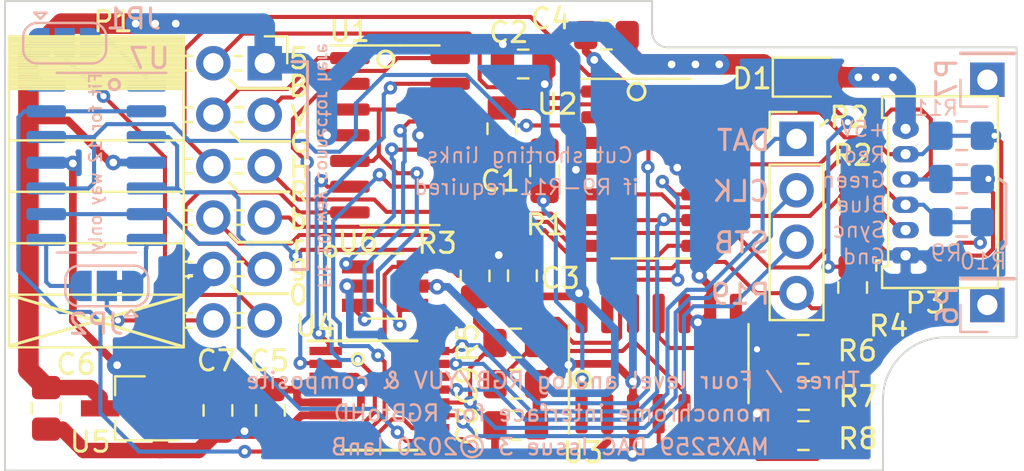
<source format=kicad_pcb>
(kicad_pcb (version 20171130) (host pcbnew "(5.1.4)-1")
  (layers (0 F.Cu signal) (31 B.Cu signal) (34 B.Paste user hide) (35 F.Paste user hide) (36 B.SilkS user) (37 F.SilkS user) (38 B.Mask user hide) (39 F.Mask user hide) (44 Edge.Cuts user))
  (net 0 "")
  (net 1 /GND)
  (net 2 /SYNC)
  (net 3 /BLUE)
  (net 4 /GREEN)
  (net 5 /RED)
  (net 6 /BRED)
  (net 7 /BGREEN)
  (net 8 /BBLUE)
  (net 9 /VSYNC)
  (net 10 /VANALOG)
  (net 11 /ASYNC)
  (net 12 /ARED)
  (net 13 /AGREEN)
  (net 14 /ABLUE)
  (net 15 "Net-(P6-Pad1)")
  (net 16 /REFSYNC)
  (net 17 /GPIO22_STB)
  (net 18 /GPIO0_DAT)
  (net 19 "Net-(P7-Pad1)")
  (net 20 /VCC)
  (net 21 /GPIO1_CLK)
  (net 22 /CLAMPLVL)
  (net 23 /CGREEN)
  (net 24 /CLAMP)
  (net 25 /REFGYSYNC)
  (net 26 /REFRBUVLO)
  (net 27 /REFRBUVHI)
  (net 28 /REFGYHI)
  (net 29 /REFGYLO)
  (net 30 "Net-(U4-Pad14)")
  (net 31 /VCC_IN)
  (net 32 /SPARE)
  (net 33 /TERM)
  (net 34 /VCLAMP)
  (net 35 /SGREEN)
  (net 36 /UV1)
  (net 37 "Net-(JP1-Pad3)")
  (net 38 "Net-(JP1-Pad1)")
  (net 39 "Net-(JP2-Pad1)")
  (net 40 "Net-(JP2-Pad3)")
  (net 41 /UV2)
  (module Package_SO:SOIC-14_3.9x8.7mm_P1.27mm (layer F.Cu) (at 47.034 37.93236)
    (fp_text reference U1 (at -2.4892 -5.1308) (layer F.SilkS))
    (fp_text value MAX9108)
    (pad 1 smd roundrect (at -2.475 -3.81) (size 1.95 0.6) (layers F.Cu F.Paste F.Mask) (net 4 /GREEN))
    (pad 2 smd roundrect (at -2.475 -2.54) (size 1.95 0.6) (layers F.Cu F.Paste F.Mask) (net 28 /REFGYHI))
    (pad 3 smd roundrect (at -2.475 -1.27) (size 1.95 0.6) (layers F.Cu F.Paste F.Mask) (net 35 /SGREEN))
    (pad 4 smd roundrect (at -2.475 0) (size 1.95 0.6) (layers F.Cu F.Paste F.Mask) (net 20 /VCC))
    (pad 5 smd roundrect (at -2.475 1.27) (size 1.95 0.6) (layers F.Cu F.Paste F.Mask) (net 35 /SGREEN))
    (pad 6 smd roundrect (at -2.475 2.54) (size 1.95 0.6) (layers F.Cu F.Paste F.Mask) (net 29 /REFGYLO))
    (pad 7 smd roundrect (at -2.475 3.81) (size 1.95 0.6) (layers F.Cu F.Paste F.Mask) (net 7 /BGREEN))
    (pad 8 smd roundrect (at 2.475 3.81) (size 1.95 0.6) (layers F.Cu F.Paste F.Mask) (net 2 /SYNC))
    (pad 9 smd roundrect (at 2.475 2.54) (size 1.95 0.6) (layers F.Cu F.Paste F.Mask) (net 16 /REFSYNC))
    (pad 10 smd roundrect (at 2.475 1.27) (size 1.95 0.6) (layers F.Cu F.Paste F.Mask) (net 11 /ASYNC))
    (pad 11 smd roundrect (at 2.475 0) (size 1.95 0.6) (layers F.Cu F.Paste F.Mask) (net 1 /GND))
    (pad 12 smd roundrect (at 2.475 -1.27) (size 1.95 0.6) (layers F.Cu F.Paste F.Mask) (net 35 /SGREEN))
    (pad 13 smd roundrect (at 2.475 -2.54) (size 1.95 0.6) (layers F.Cu F.Paste F.Mask) (net 25 /REFGYSYNC))
    (pad 14 smd roundrect (at 2.475 -3.81) (size 1.95 0.6) (layers F.Cu F.Paste F.Mask) (net 9 /VSYNC))
  )
  (module Capacitor_SMD:C_0805_2012Metric_Pad1.15x1.40mm_HandSolder (layer F.Cu) (at 53.0792 44.86656 90)
    (fp_text reference C3 (at -0.12954 1.86436) (layer F.SilkS))
    (fp_text value 100n)
    (pad 2 smd roundrect (at 1.025 0 90) (size 1.15 1.4) (layers F.Cu F.Paste F.Mask) (roundrect_rratio 0.217391) (net 1 /GND))
    (pad 1 smd roundrect (at -1.025 0 90) (size 1.15 1.4) (layers F.Cu F.Paste F.Mask) (roundrect_rratio 0.217391) (net 20 /VCC))
  )
  (module Connector_PinHeader_2.54mm:PinHeader_1x04_P2.54mm_Vertical (layer F.Cu) (at 66.6174 38.11016)
    (fp_text reference P2 (at 2.6035 -1.0668) (layer F.SilkS))
    (fp_text value Conn_01x04)
    (pad 4 thru_hole oval (at 0 7.62) (size 1.7 1.7) (drill 1) (layers *.Cu *.Mask) (net 24 /CLAMP))
    (pad 3 thru_hole oval (at 0 5.08) (size 1.7 1.7) (drill 1) (layers *.Cu *.Mask) (net 17 /GPIO22_STB))
    (pad 2 thru_hole oval (at 0 2.54) (size 1.7 1.7) (drill 1) (layers *.Cu *.Mask) (net 21 /GPIO1_CLK))
    (pad 1 thru_hole rect (at 0 0) (size 1.7 1.7) (drill 1) (layers *.Cu *.Mask) (net 18 /GPIO0_DAT))
  )
  (module Package_SO:SOIC-14_3.9x8.7mm_P1.27mm (layer F.Cu) (at 59.8102 49.20996 90)
    (fp_text reference U3 (at -4.3942 -3.7465) (layer F.SilkS))
    (fp_text value MAX4610)
    (pad 1 smd roundrect (at -2.475 -3.81 90) (size 1.95 0.6) (layers F.Cu F.Paste F.Mask) (net 34 /VCLAMP))
    (pad 2 smd roundrect (at -2.475 -2.54 90) (size 1.95 0.6) (layers F.Cu F.Paste F.Mask) (net 22 /CLAMPLVL))
    (pad 3 smd roundrect (at -2.475 -1.27 90) (size 1.95 0.6) (layers F.Cu F.Paste F.Mask) (net 1 /GND))
    (pad 4 smd roundrect (at -2.475 0 90) (size 1.95 0.6) (layers F.Cu F.Paste F.Mask) (net 12 /ARED))
    (pad 5 smd roundrect (at -2.475 1.27 90) (size 1.95 0.6) (layers F.Cu F.Paste F.Mask) (net 33 /TERM))
    (pad 6 smd roundrect (at -2.475 2.54 90) (size 1.95 0.6) (layers F.Cu F.Paste F.Mask) (net 33 /TERM))
    (pad 7 smd roundrect (at -2.475 3.81 90) (size 1.95 0.6) (layers F.Cu F.Paste F.Mask) (net 1 /GND))
    (pad 8 smd roundrect (at 2.475 3.81 90) (size 1.95 0.6) (layers F.Cu F.Paste F.Mask) (net 14 /ABLUE))
    (pad 9 smd roundrect (at 2.475 2.54 90) (size 1.95 0.6) (layers F.Cu F.Paste F.Mask) (net 1 /GND))
    (pad 10 smd roundrect (at 2.475 1.27 90) (size 1.95 0.6) (layers F.Cu F.Paste F.Mask) (net 1 /GND))
    (pad 11 smd roundrect (at 2.475 0 90) (size 1.95 0.6) (layers F.Cu F.Paste F.Mask) (net 13 /AGREEN))
    (pad 12 smd roundrect (at 2.475 -1.27 90) (size 1.95 0.6) (layers F.Cu F.Paste F.Mask) (net 33 /TERM))
    (pad 13 smd roundrect (at 2.475 -2.54 90) (size 1.95 0.6) (layers F.Cu F.Paste F.Mask) (net 24 /CLAMP))
    (pad 14 smd roundrect (at 2.475 -3.81 90) (size 1.95 0.6) (layers F.Cu F.Paste F.Mask) (net 20 /VCC))
  )
  (module Package_SO:QSOP-16_3.9x4.9mm_P0.635mm (layer F.Cu) (at 46.018 50.81016)
    (fp_text reference U4 (at -3.1496 -3.4544) (layer F.SilkS))
    (fp_text value MAX5259EEE+)
    (pad 1 smd rect (at -2.6543 -2.2225) (size 1.6 0.41) (layers F.Cu F.Paste F.Mask) (net 29 /REFGYLO))
    (pad 2 smd rect (at -2.6543 -1.5875) (size 1.6 0.41) (layers F.Cu F.Paste F.Mask) (net 28 /REFGYHI))
    (pad 3 smd rect (at -2.6543 -0.9525) (size 1.6 0.41) (layers F.Cu F.Paste F.Mask) (net 1 /GND))
    (pad 4 smd rect (at -2.6543 -0.3175) (size 1.6 0.41) (layers F.Cu F.Paste F.Mask) (net 10 /VANALOG))
    (pad 5 smd rect (at -2.6543 0.3175) (size 1.6 0.41) (layers F.Cu F.Paste F.Mask) (net 10 /VANALOG))
    (pad 6 smd rect (at -2.6543 0.9525) (size 1.6 0.41) (layers F.Cu F.Paste F.Mask) (net 1 /GND))
    (pad 7 smd rect (at -2.6543 1.5875) (size 1.6 0.41) (layers F.Cu F.Paste F.Mask) (net 25 /REFGYSYNC))
    (pad 8 smd rect (at -2.6543 2.2225) (size 1.6 0.41) (layers F.Cu F.Paste F.Mask) (net 16 /REFSYNC))
    (pad 9 smd rect (at 2.6543 2.2225) (size 1.6 0.41) (layers F.Cu F.Paste F.Mask) (net 22 /CLAMPLVL))
    (pad 10 smd rect (at 2.6543 1.5875) (size 1.6 0.41) (layers F.Cu F.Paste F.Mask) (net 32 /SPARE))
    (pad 11 smd rect (at 2.6543 0.9525) (size 1.6 0.41) (layers F.Cu F.Paste F.Mask) (net 17 /GPIO22_STB))
    (pad 12 smd rect (at 2.6543 0.3175) (size 1.6 0.41) (layers F.Cu F.Paste F.Mask) (net 21 /GPIO1_CLK))
    (pad 13 smd rect (at 2.6543 -0.3175) (size 1.6 0.41) (layers F.Cu F.Paste F.Mask) (net 18 /GPIO0_DAT))
    (pad 14 smd rect (at 2.6543 -0.9525) (size 1.6 0.41) (layers F.Cu F.Paste F.Mask) (net 30 "Net-(U4-Pad14)"))
    (pad 15 smd rect (at 2.6543 -1.5875) (size 1.6 0.41) (layers F.Cu F.Paste F.Mask) (net 26 /REFRBUVLO))
    (pad 16 smd rect (at 2.6543 -2.2225) (size 1.6 0.41) (layers F.Cu F.Paste F.Mask) (net 27 /REFRBUVHI))
  )
  (module Resistor_SMD:R_0805_2012Metric_Pad1.15x1.40mm_HandSolder (layer F.Cu) (at 69.386 45.45076 270)
    (fp_text reference R4 (at 1.905 -1.778) (layer F.SilkS))
    (fp_text value 1K)
    (pad 2 smd roundrect (at 1.025 0 270) (size 1.15 1.4) (layers F.Cu F.Paste F.Mask) (roundrect_rratio 0.217391) (net 24 /CLAMP))
    (pad 1 smd roundrect (at -1.025 0 270) (size 1.15 1.4) (layers F.Cu F.Paste F.Mask) (roundrect_rratio 0.217391) (net 20 /VCC))
  )
  (module Resistor_SMD:R_0805_2012Metric_Pad1.15x1.40mm_HandSolder (layer F.Cu) (at 66.95268 48.50638 180)
    (fp_text reference R6 (at -2.667 -0.0762) (layer F.SilkS))
    (fp_text value 10K)
    (pad 1 smd roundrect (at -1.025 0 180) (size 1.15 1.4) (layers F.Cu F.Paste F.Mask) (roundrect_rratio 0.217391) (net 14 /ABLUE))
    (pad 2 smd roundrect (at 1.025 0 180) (size 1.15 1.4) (layers F.Cu F.Paste F.Mask) (roundrect_rratio 0.217391) (net 1 /GND))
  )
  (module Resistor_SMD:R_0805_2012Metric_Pad1.15x1.40mm_HandSolder (layer F.Cu) (at 66.97046 50.78476 180)
    (fp_text reference R7 (at -2.6924 -0.0508) (layer F.SilkS))
    (fp_text value 10K)
    (pad 2 smd roundrect (at 1.025 0 180) (size 1.15 1.4) (layers F.Cu F.Paste F.Mask) (roundrect_rratio 0.217391) (net 1 /GND))
    (pad 1 smd roundrect (at -1.025 0 180) (size 1.15 1.4) (layers F.Cu F.Paste F.Mask) (roundrect_rratio 0.217391) (net 13 /AGREEN))
  )
  (module Resistor_SMD:R_0805_2012Metric_Pad1.15x1.40mm_HandSolder (layer F.Cu) (at 66.95522 52.76596 180)
    (fp_text reference R8 (at -2.6924 -0.1524) (layer F.SilkS))
    (fp_text value 10K)
    (pad 1 smd roundrect (at -1.025 0 180) (size 1.15 1.4) (layers F.Cu F.Paste F.Mask) (roundrect_rratio 0.217391) (net 12 /ARED))
    (pad 2 smd roundrect (at 1.025 0 180) (size 1.15 1.4) (layers F.Cu F.Paste F.Mask) (roundrect_rratio 0.217391) (net 1 /GND))
  )
  (module Connector_PinHeader_2.54mm:PinHeader_1x01_P2.54mm_Vertical (layer B.Cu) (at 76.0408 35.18916)
    (fp_text reference P7 (at -2.0066 -0.0762 90) (layer B.SilkS) (effects (justify mirror)))
    (fp_text value Conn_01x01)
    (pad 1 thru_hole rect (at 0 0) (size 1.7 1.7) (drill 1) (layers *.Cu *.Mask) (net 19 "Net-(P7-Pad1)"))
  )
  (module Capacitor_SMD:C_0805_2012Metric_Pad1.15x1.40mm_HandSolder (layer F.Cu) (at 57.22956 32.98444 180)
    (fp_text reference C4 (at 2.76606 0.80518) (layer F.SilkS))
    (fp_text value 100n)
    (pad 2 smd roundrect (at 1.025 0 180) (size 1.15 1.4) (layers F.Cu F.Paste F.Mask) (roundrect_rratio 0.217391) (net 1 /GND))
    (pad 1 smd roundrect (at -1.025 0 180) (size 1.15 1.4) (layers F.Cu F.Paste F.Mask) (roundrect_rratio 0.217391) (net 20 /VCC))
  )
  (module Capacitor_SMD:C_0805_2012Metric_Pad1.15x1.40mm_HandSolder (layer F.Cu) (at 38.0424 51.52136 270)
    (fp_text reference C7 (at -2.4511 0.0762) (layer F.SilkS))
    (fp_text value 10uF)
    (pad 1 smd roundrect (at -1.025 0 270) (size 1.15 1.4) (layers F.Cu F.Paste F.Mask) (roundrect_rratio 0.217391) (net 10 /VANALOG))
    (pad 2 smd roundrect (at 1.025 0 270) (size 1.15 1.4) (layers F.Cu F.Paste F.Mask) (roundrect_rratio 0.217391) (net 1 /GND))
  )
  (module Connector_PinHeader_2.54mm:PinHeader_1x01_P2.54mm_Vertical (layer B.Cu) (at 76.0408 46.31436)
    (fp_text reference P6 (at -1.9812 0.0254 90) (layer B.SilkS) (effects (justify mirror)))
    (fp_text value Conn_01x01)
    (pad 1 thru_hole rect (at 0 0) (size 1.7 1.7) (drill 1) (layers *.Cu *.Mask) (net 15 "Net-(P6-Pad1)"))
  )
  (module Capacitor_SMD:C_0805_2012Metric_Pad1.15x1.40mm_HandSolder (layer F.Cu) (at 29.5588 51.41976 270)
    (fp_text reference C6 (at -2.1717 -1.4732) (layer F.SilkS))
    (fp_text value 10uF)
    (pad 2 smd roundrect (at 1.025 0 270) (size 1.15 1.4) (layers F.Cu F.Paste F.Mask) (roundrect_rratio 0.217391) (net 1 /GND))
    (pad 1 smd roundrect (at -1.025 0 270) (size 1.15 1.4) (layers F.Cu F.Paste F.Mask) (roundrect_rratio 0.217391) (net 20 /VCC))
  )
  (module Package_TO_SOT_SMD:SOT-23_Handsoldering (layer F.Cu) (at 33.7244 51.41976 180)
    (fp_text reference U5 (at 1.9939 -1.6637) (layer F.SilkS))
    (fp_text value MCP1754S-3302xCB)
    (pad 1 smd rect (at -1.5 -0.95 180) (size 1.9 0.8) (layers F.Cu F.Paste F.Mask) (net 1 /GND))
    (pad 2 smd rect (at -1.5 0.95 180) (size 1.9 0.8) (layers F.Cu F.Paste F.Mask) (net 10 /VANALOG))
    (pad 3 smd rect (at 1.5 0 180) (size 1.9 0.8) (layers F.Cu F.Paste F.Mask) (net 20 /VCC))
  )
  (module Capacitor_SMD:C_0805_2012Metric_Pad1.15x1.40mm_HandSolder (layer F.Cu) (at 52.749 52.25796)
    (fp_text reference C8 (at -2.3876 0.0381 90) (layer F.SilkS))
    (fp_text value 10uF)
    (pad 2 smd roundrect (at 1.025 0) (size 1.15 1.4) (layers F.Cu F.Paste F.Mask) (roundrect_rratio 0.217391) (net 1 /GND))
    (pad 1 smd roundrect (at -1.025 0) (size 1.15 1.4) (layers F.Cu F.Paste F.Mask) (roundrect_rratio 0.217391) (net 22 /CLAMPLVL))
  )
  (module Capacitor_SMD:C_0805_2012Metric_Pad1.15x1.40mm_HandSolder (layer F.Cu) (at 52.0632 37.61116 270)
    (fp_text reference C1 (at 2.5818 0.0762) (layer F.SilkS))
    (fp_text value 100n)
    (pad 1 smd roundrect (at -1.025 0 270) (size 1.15 1.4) (layers F.Cu F.Paste F.Mask) (roundrect_rratio 0.217391) (net 13 /AGREEN))
    (pad 2 smd roundrect (at 1.025 0 270) (size 1.15 1.4) (layers F.Cu F.Paste F.Mask) (roundrect_rratio 0.217391) (net 23 /CGREEN))
  )
  (module Capacitor_SMD:C_0805_2012Metric_Pad1.15x1.40mm_HandSolder (layer F.Cu) (at 40.6332 51.52136 270)
    (fp_text reference C5 (at -2.4511 0.0508) (layer F.SilkS))
    (fp_text value 100n)
    (pad 1 smd roundrect (at -1.025 0 270) (size 1.15 1.4) (layers F.Cu F.Paste F.Mask) (roundrect_rratio 0.217391) (net 10 /VANALOG))
    (pad 2 smd roundrect (at 1.025 0 270) (size 1.15 1.4) (layers F.Cu F.Paste F.Mask) (roundrect_rratio 0.217391) (net 1 /GND))
  )
  (module Resistor_SMD:R_0805_2012Metric_Pad1.15x1.40mm_HandSolder (layer F.Cu) (at 69.4114 41.33596 270)
    (fp_text reference R2 (at -2.413 0.0254) (layer F.SilkS))
    (fp_text value 1K)
    (pad 1 smd roundrect (at -1.025 0 270) (size 1.15 1.4) (layers F.Cu F.Paste F.Mask) (roundrect_rratio 0.217391) (net 11 /ASYNC))
    (pad 2 smd roundrect (at 1.025 0 270) (size 1.15 1.4) (layers F.Cu F.Paste F.Mask) (roundrect_rratio 0.217391) (net 1 /GND))
  )
  (module Capacitor_SMD:C_0805_2012Metric_Pad1.15x1.40mm_HandSolder (layer F.Cu) (at 53.1173 34.41446)
    (fp_text reference C2 (at -0.7112 -1.5621) (layer F.SilkS))
    (fp_text value 100n)
    (pad 1 smd roundrect (at -1.025 0) (size 1.15 1.4) (layers F.Cu F.Paste F.Mask) (roundrect_rratio 0.217391) (net 20 /VCC))
    (pad 2 smd roundrect (at 1.025 0) (size 1.15 1.4) (layers F.Cu F.Paste F.Mask) (roundrect_rratio 0.217391) (net 1 /GND))
  )
  (module Resistor_SMD:R_0805_2012Metric_Pad1.15x1.40mm_HandSolder (layer F.Cu) (at 54.1714 39.68496 270)
    (fp_text reference R1 (at 2.667 -0.0508) (layer F.SilkS))
    (fp_text value 75R)
    (pad 1 smd roundrect (at -1.025 0 270) (size 1.15 1.4) (layers F.Cu F.Paste F.Mask) (roundrect_rratio 0.217391) (net 23 /CGREEN))
    (pad 2 smd roundrect (at 1.025 0 270) (size 1.15 1.4) (layers F.Cu F.Paste F.Mask) (roundrect_rratio 0.217391) (net 34 /VCLAMP))
  )
  (module Package_SO:SOIC-14_3.9x8.7mm_P1.27mm (layer F.Cu) (at 59.4292 39.58336)
    (fp_text reference U2 (at -4.62788 -3.19024) (layer F.SilkS))
    (fp_text value MAX9108)
    (pad 1 smd roundrect (at -2.475 -3.81) (size 1.95 0.6) (layers F.Cu F.Paste F.Mask) (net 3 /BLUE))
    (pad 2 smd roundrect (at -2.475 -2.54) (size 1.95 0.6) (layers F.Cu F.Paste F.Mask) (net 27 /REFRBUVHI))
    (pad 3 smd roundrect (at -2.475 -1.27) (size 1.95 0.6) (layers F.Cu F.Paste F.Mask) (net 14 /ABLUE))
    (pad 4 smd roundrect (at -2.475 0) (size 1.95 0.6) (layers F.Cu F.Paste F.Mask) (net 20 /VCC))
    (pad 5 smd roundrect (at -2.475 1.27) (size 1.95 0.6) (layers F.Cu F.Paste F.Mask) (net 14 /ABLUE))
    (pad 6 smd roundrect (at -2.475 2.54) (size 1.95 0.6) (layers F.Cu F.Paste F.Mask) (net 26 /REFRBUVLO))
    (pad 7 smd roundrect (at -2.475 3.81) (size 1.95 0.6) (layers F.Cu F.Paste F.Mask) (net 8 /BBLUE))
    (pad 8 smd roundrect (at 2.475 3.81) (size 1.95 0.6) (layers F.Cu F.Paste F.Mask) (net 6 /BRED))
    (pad 9 smd roundrect (at 2.475 2.54) (size 1.95 0.6) (layers F.Cu F.Paste F.Mask) (net 26 /REFRBUVLO))
    (pad 10 smd roundrect (at 2.475 1.27) (size 1.95 0.6) (layers F.Cu F.Paste F.Mask) (net 12 /ARED))
    (pad 11 smd roundrect (at 2.475 0) (size 1.95 0.6) (layers F.Cu F.Paste F.Mask) (net 1 /GND))
    (pad 12 smd roundrect (at 2.475 -1.27) (size 1.95 0.6) (layers F.Cu F.Paste F.Mask) (net 12 /ARED))
    (pad 13 smd roundrect (at 2.475 -2.54) (size 1.95 0.6) (layers F.Cu F.Paste F.Mask) (net 27 /REFRBUVHI))
    (pad 14 smd roundrect (at 2.475 -3.81) (size 1.95 0.6) (layers F.Cu F.Paste F.Mask) (net 5 /RED))
  )
  (module Connector_Molex:Molex_PicoBlade_53048-0610_1x06_P1.25mm_Horizontal (layer F.Cu) (at 72.0022 43.86676 90)
    (fp_text reference P3 (at -2.346 0.9652) (layer F.SilkS))
    (fp_text value Conn_01x06)
    (pad 1 thru_hole roundrect (at 0 0 90) (size 0.8 1.3) (drill 0.5) (layers *.Cu *.Mask) (net 1 /GND))
    (pad 2 thru_hole oval (at 1.25 0 90) (size 0.8 1.3) (drill 0.5) (layers *.Cu *.Mask) (net 11 /ASYNC))
    (pad 3 thru_hole oval (at 2.5 0 90) (size 0.8 1.3) (drill 0.5) (layers *.Cu *.Mask) (net 14 /ABLUE))
    (pad 4 thru_hole oval (at 3.75 0 90) (size 0.8 1.3) (drill 0.5) (layers *.Cu *.Mask) (net 13 /AGREEN))
    (pad 5 thru_hole oval (at 5 0 90) (size 0.8 1.3) (drill 0.5) (layers *.Cu *.Mask) (net 12 /ARED))
    (pad 6 thru_hole oval (at 6.25 0 90) (size 0.8 1.3) (drill 0.5) (layers *.Cu *.Mask) (net 31 /VCC_IN))
  )
  (module Capacitor_SMD:C_0805_2012Metric_Pad1.15x1.40mm_HandSolder (layer F.Cu) (at 52.749 50.22596)
    (fp_text reference C9 (at -2.3876 0.0635 270) (layer F.SilkS))
    (fp_text value 10uF)
    (pad 2 smd roundrect (at 1.025 0) (size 1.15 1.4) (layers F.Cu F.Paste F.Mask) (roundrect_rratio 0.217391) (net 1 /GND))
    (pad 1 smd roundrect (at -1.025 0) (size 1.15 1.4) (layers F.Cu F.Paste F.Mask) (roundrect_rratio 0.217391) (net 33 /TERM))
  )
  (module Diode_SMD:D_0805_2012Metric_Pad1.15x1.40mm_HandSolder (layer F.Cu) (at 67.30574 35.0647)
    (fp_text reference D1 (at -2.89052 0.07366) (layer F.SilkS))
    (fp_text value D_Schottky)
    (pad 1 smd roundrect (at -1.025 0) (size 1.15 1.4) (layers F.Cu F.Paste F.Mask) (roundrect_rratio 0.217391) (net 20 /VCC))
    (pad 2 smd roundrect (at 1.025 0) (size 1.15 1.4) (layers F.Cu F.Paste F.Mask) (roundrect_rratio 0.217391) (net 31 /VCC_IN))
  )
  (module Resistor_SMD:R_0805_2012Metric_Pad1.15x1.40mm_HandSolder (layer F.Cu) (at 52.749 48.19396 180)
    (fp_text reference R5 (at 2.3749 0.0127 90) (layer F.SilkS))
    (fp_text value 10K)
    (pad 1 smd roundrect (at -1.025 0 180) (size 1.15 1.4) (layers F.Cu F.Paste F.Mask) (roundrect_rratio 0.217391) (net 33 /TERM))
    (pad 2 smd roundrect (at 1.025 0 180) (size 1.15 1.4) (layers F.Cu F.Paste F.Mask) (roundrect_rratio 0.217391) (net 21 /GPIO1_CLK))
  )
  (module Resistor_SMD:R_0805_2012Metric_Pad1.15x1.40mm_HandSolder (layer F.Cu) (at 50.7424 44.87672 90)
    (fp_text reference R3 (at 1.6129 -1.87452) (layer F.SilkS))
    (fp_text value 1K)
    (pad 2 smd roundrect (at 1.025 0 90) (size 1.15 1.4) (layers F.Cu F.Paste F.Mask) (roundrect_rratio 0.217391) (net 1 /GND))
    (pad 1 smd roundrect (at -1.025 0 90) (size 1.15 1.4) (layers F.Cu F.Paste F.Mask) (roundrect_rratio 0.217391) (net 21 /GPIO1_CLK))
  )
  (module Package_TO_SOT_SMD:SOT-23-6_Handsoldering (layer F.Cu) (at 46.2974 45.38218)
    (fp_text reference U6 (at -1.3462 -2.21488) (layer F.SilkS))
    (fp_text value TS5A3159ADBVR)
    (pad 1 smd rect (at -1.35 -0.95) (size 1.56 0.65) (layers F.Cu F.Paste F.Mask) (net 23 /CGREEN))
    (pad 2 smd rect (at -1.35 0) (size 1.56 0.65) (layers F.Cu F.Paste F.Mask) (net 1 /GND))
    (pad 3 smd rect (at -1.35 0.95) (size 1.56 0.65) (layers F.Cu F.Paste F.Mask) (net 13 /AGREEN))
    (pad 4 smd rect (at 1.35 0.95) (size 1.56 0.65) (layers F.Cu F.Paste F.Mask) (net 35 /SGREEN))
    (pad 6 smd rect (at 1.35 -0.95) (size 1.56 0.65) (layers F.Cu F.Paste F.Mask) (net 18 /GPIO0_DAT))
    (pad 5 smd rect (at 1.35 0) (size 1.56 0.65) (layers F.Cu F.Paste F.Mask) (net 20 /VCC))
  )
  (module Package_SO:SOIC-14_3.9x8.7mm_P1.27mm (layer B.Cu) (at 32.0353 39.28872 180)
    (fp_text reference U7 (at -2.6162 5.15366) (layer B.SilkS) (effects (justify mirror)))
    (fp_text value MAX9108-Comparator)
    (pad 1 smd roundrect (at -2.475 3.81 180) (size 1.95 0.6) (layers B.Cu B.Paste B.Mask) (net 37 "Net-(JP1-Pad3)"))
    (pad 2 smd roundrect (at -2.475 2.54 180) (size 1.95 0.6) (layers B.Cu B.Paste B.Mask) (net 32 /SPARE))
    (pad 3 smd roundrect (at -2.475 1.27 180) (size 1.95 0.6) (layers B.Cu B.Paste B.Mask) (net 12 /ARED))
    (pad 4 smd roundrect (at -2.475 0 180) (size 1.95 0.6) (layers B.Cu B.Paste B.Mask) (net 20 /VCC))
    (pad 5 smd roundrect (at -2.475 -1.27 180) (size 1.95 0.6) (layers B.Cu B.Paste B.Mask) (net 12 /ARED))
    (pad 6 smd roundrect (at -2.475 -2.54 180) (size 1.95 0.6) (layers B.Cu B.Paste B.Mask) (net 22 /CLAMPLVL))
    (pad 7 smd roundrect (at -2.475 -3.81 180) (size 1.95 0.6) (layers B.Cu B.Paste B.Mask) (net 39 "Net-(JP2-Pad1)"))
    (pad 8 smd roundrect (at 2.475 -3.81 180) (size 1.95 0.6) (layers B.Cu B.Paste B.Mask) (net 40 "Net-(JP2-Pad3)"))
    (pad 9 smd roundrect (at 2.475 -2.54 180) (size 1.95 0.6) (layers B.Cu B.Paste B.Mask) (net 22 /CLAMPLVL))
    (pad 10 smd roundrect (at 2.475 -1.27 180) (size 1.95 0.6) (layers B.Cu B.Paste B.Mask) (net 14 /ABLUE))
    (pad 11 smd roundrect (at 2.475 0 180) (size 1.95 0.6) (layers B.Cu B.Paste B.Mask) (net 1 /GND))
    (pad 12 smd roundrect (at 2.475 1.27 180) (size 1.95 0.6) (layers B.Cu B.Paste B.Mask) (net 14 /ABLUE))
    (pad 13 smd roundrect (at 2.475 2.54 180) (size 1.95 0.6) (layers B.Cu B.Paste B.Mask) (net 32 /SPARE))
    (pad 14 smd roundrect (at 2.475 3.81 180) (size 1.95 0.6) (layers B.Cu B.Paste B.Mask) (net 38 "Net-(JP1-Pad1)"))
  )
  (module Resistor_SMD:R_0805_2012Metric_Pad1.15x1.40mm_HandSolder (layer B.Cu) (at 74.7708 42.22496)
    (fp_text reference R9 (at -0.762 1.524) (layer B.SilkS) (effects (font (size 0.8 0.8) (thickness 0.1)) (justify mirror)))
    (fp_text value 68R)
    (pad 1 smd roundrect (at -1.025 0) (size 1.15 1.4) (layers B.Cu B.Paste B.Mask) (roundrect_rratio 0.217391) (net 14 /ABLUE))
    (pad 2 smd roundrect (at 1.025 0) (size 1.15 1.4) (layers B.Cu B.Paste B.Mask) (roundrect_rratio 0.217391) (net 14 /ABLUE))
  )
  (module Resistor_SMD:R_0805_2012Metric_Pad1.15x1.40mm_HandSolder (layer B.Cu) (at 74.7708 40.09136)
    (fp_text reference R10 (at 1.0668 4.064) (layer B.SilkS) (effects (font (size 0.8 0.8) (thickness 0.1)) (justify mirror)))
    (fp_text value 68R)
    (pad 2 smd roundrect (at 1.025 0) (size 1.15 1.4) (layers B.Cu B.Paste B.Mask) (roundrect_rratio 0.217391) (net 13 /AGREEN))
    (pad 1 smd roundrect (at -1.025 0) (size 1.15 1.4) (layers B.Cu B.Paste B.Mask) (roundrect_rratio 0.217391) (net 13 /AGREEN))
  )
  (module Resistor_SMD:R_0805_2012Metric_Pad1.15x1.40mm_HandSolder (layer B.Cu) (at 74.7708 37.95776)
    (fp_text reference R11 (at -1.27 -1.3716) (layer B.SilkS) (effects (font (size 0.75 0.75) (thickness 0.1)) (justify mirror)))
    (fp_text value 68R)
    (pad 1 smd roundrect (at -1.025 0) (size 1.15 1.4) (layers B.Cu B.Paste B.Mask) (roundrect_rratio 0.217391) (net 12 /ARED))
    (pad 2 smd roundrect (at 1.025 0) (size 1.15 1.4) (layers B.Cu B.Paste B.Mask) (roundrect_rratio 0.217391) (net 12 /ARED))
  )
  (module Connector_PinSocket_2.54mm:PinSocket_2x06_P2.54mm_Horizontal (layer F.Cu) (at 40.3538 34.37636)
    (fp_text reference P1 (at -7.493 -2.0574) (layer F.SilkS))
    (fp_text value Conn_02x06_Odd_Even)
    (pad 1 thru_hole rect (at 0 0) (size 1.7 1.7) (drill 1) (layers *.Cu *.Mask) (net 20 /VCC))
    (pad 2 thru_hole oval (at -2.54 0) (size 1.7 1.7) (drill 1) (layers *.Cu *.Mask) (net 3 /BLUE))
    (pad 3 thru_hole oval (at 0 2.54) (size 1.7 1.7) (drill 1) (layers *.Cu *.Mask) (net 9 /VSYNC))
    (pad 4 thru_hole oval (at -2.54 2.54) (size 1.7 1.7) (drill 1) (layers *.Cu *.Mask) (net 4 /GREEN))
    (pad 5 thru_hole oval (at 0 5.08) (size 1.7 1.7) (drill 1) (layers *.Cu *.Mask) (net 2 /SYNC))
    (pad 6 thru_hole oval (at -2.54 5.08) (size 1.7 1.7) (drill 1) (layers *.Cu *.Mask) (net 5 /RED))
    (pad 7 thru_hole oval (at 0 7.62) (size 1.7 1.7) (drill 1) (layers *.Cu *.Mask) (net 8 /BBLUE))
    (pad 8 thru_hole oval (at -2.54 7.62) (size 1.7 1.7) (drill 1) (layers *.Cu *.Mask) (net 6 /BRED))
    (pad 9 thru_hole oval (at 0 10.16) (size 1.7 1.7) (drill 1) (layers *.Cu *.Mask) (net 7 /BGREEN))
    (pad 10 thru_hole oval (at -2.54 10.16) (size 1.7 1.7) (drill 1) (layers *.Cu *.Mask) (net 1 /GND))
    (pad 11 thru_hole oval (at 0 12.7) (size 1.7 1.7) (drill 1) (layers *.Cu *.Mask) (net 36 /UV1))
    (pad 12 thru_hole oval (at -2.54 12.7) (size 1.7 1.7) (drill 1) (layers *.Cu *.Mask) (net 41 /UV2))
  )
  (module Jumper:SolderJumper-3_P1.3mm_Bridged12_RoundedPad1.0x1.5mm (layer B.Cu) (at 30.4732 33.38576)
    (fp_text reference JP1 (at 3.4036 -1.2065) (layer B.SilkS) (effects (justify mirror)))
    (fp_text value SolderJumper_3_Bridged12)
    (fp_poly (pts (xy -0.9 0.3) (xy -0.4 0.3) (xy -0.4 -0.3) (xy -0.9 -0.3)) (layer B.Cu) (width 0))
    (pad 1 smd custom (at -1.3 0) (size 1 0.5) (layers B.Cu B.Mask) (net 38 "Net-(JP1-Pad1)") (options (clearance outline) (anchor rect)) (primitives (gr_circle (center 0 -0.25) (end 0.5 -0.25) (width 0)) (gr_circle (center 0 0.25) (end 0.5 0.25) (width 0)) (gr_poly (pts (xy 0.55 0.75) (xy 0 0.75) (xy 0 -0.75) (xy 0.55 -0.75)) (width 0))))
    (pad 2 smd rect (at 0 0) (size 1 1.5) (layers B.Cu B.Mask) (net 36 /UV1))
    (pad 3 smd custom (at 1.3 0) (size 1 0.5) (layers B.Cu B.Mask) (net 37 "Net-(JP1-Pad3)") (options (clearance outline) (anchor rect)) (primitives (gr_circle (center 0 -0.25) (end 0.5 -0.25) (width 0)) (gr_circle (center 0 0.25) (end 0.5 0.25) (width 0)) (gr_poly (pts (xy -0.55 0.75) (xy 0 0.75) (xy 0 -0.75) (xy -0.55 -0.75)) (width 0))))
  )
  (module Jumper:SolderJumper-3_P1.3mm_Bridged12_RoundedPad1.0x1.5mm (layer B.Cu) (at 32.556 45.37456 180)
    (fp_text reference JP2 (at 0.5334 -1.8796) (layer B.SilkS) (effects (justify mirror)))
    (fp_text value SolderJumper_3_Bridged12)
    (fp_poly (pts (xy -0.9 0.3) (xy -0.4 0.3) (xy -0.4 -0.3) (xy -0.9 -0.3)) (layer B.Cu) (width 0))
    (pad 3 smd custom (at 1.3 0 180) (size 1 0.5) (layers B.Cu B.Mask) (net 40 "Net-(JP2-Pad3)") (options (clearance outline) (anchor rect)) (primitives (gr_circle (center 0 -0.25) (end 0.5 -0.25) (width 0)) (gr_circle (center 0 0.25) (end 0.5 0.25) (width 0)) (gr_poly (pts (xy -0.55 0.75) (xy 0 0.75) (xy 0 -0.75) (xy -0.55 -0.75)) (width 0))))
    (pad 2 smd rect (at 0 0 180) (size 1 1.5) (layers B.Cu B.Mask) (net 41 /UV2))
    (pad 1 smd custom (at -1.3 0 180) (size 1 0.5) (layers B.Cu B.Mask) (net 39 "Net-(JP2-Pad1)") (options (clearance outline) (anchor rect)) (primitives (gr_circle (center 0 -0.25) (end 0.5 -0.25) (width 0)) (gr_circle (center 0 0.25) (end 0.5 0.25) (width 0)) (gr_poly (pts (xy 0.55 0.75) (xy 0 0.75) (xy 0 -0.75) (xy 0.55 -0.75)) (width 0))))
  )
  (gr_text "Fit 10 way connector here" (at 43.2748 39.43096 270) (layer B.SilkS) (effects (font (size 0.6 0.6) (thickness 0.1)) (justify mirror)))
  (gr_line (start 42.462 34.30016) (end 41.7 34.30016) (layer B.SilkS) (width 0.15))
  (gr_line (start 42.462 44.56176) (end 42.462 34.30016) (layer B.SilkS) (width 0.15))
  (gr_line (start 41.6492 44.56176) (end 42.462 44.56176) (layer B.SilkS) (width 0.15))
  (gr_text "monochrome interface for RGBtoHD" (at 54.5778 51.66106) (layer B.SilkS) (effects (font (size 0.8 0.8) (thickness 0.12)) (justify mirror)))
  (gr_line (start 27.7808 48.32096) (end 36.3152 45.88256) (layer F.SilkS) (width 0.15))
  (gr_line (start 27.7808 45.83176) (end 36.3152 48.37176) (layer F.SilkS) (width 0.15))
  (gr_text "if R9-R11 required" (at 53.2824 40.49776) (layer B.SilkS) (effects (font (size 0.75 0.75) (thickness 0.1)) (justify mirror)))
  (gr_text "Cut shorting links" (at 53.4348 38.92296) (layer B.SilkS) (effects (font (size 0.75 0.75) (thickness 0.1)) (justify mirror)))
  (gr_line (start 76.9552 40.34536) (end 76.6504 40.09136) (layer B.SilkS) (width 0.15))
  (gr_line (start 76.9552 43.29176) (end 76.9552 40.34536) (layer B.SilkS) (width 0.15))
  (gr_line (start 76.752 43.54576) (end 76.9552 43.29176) (layer B.SilkS) (width 0.15))
  (gr_text "Fit for 12 way only" (at 31.9972 39.27856 90) (layer B.SilkS) (effects (font (size 0.6 0.6) (thickness 0.1)) (justify mirror)))
  (gr_circle (center 32.92684 35.43046) (end 32.68046 35.49904) (layer B.SilkS) (width 0.15))
  (gr_circle (center 43.59992 43.659007) (end 43.73454 43.885067) (layer F.SilkS) (width 0.15))
  (gr_text +5V (at 69.9448 37.62756) (layer B.SilkS) (effects (font (size 0.75 0.75) (thickness 0.1)) (justify mirror)))
  (gr_line (start 39.0838 45.75556) (end 41.4968 45.75556) (layer F.SilkS) (width 0.15))
  (gr_line (start 38.7028 45.34916) (end 39.0838 45.75556) (layer F.SilkS) (width 0.15))
  (gr_circle (center 56.0129 49.9999) (end 56.4193 49.8983) (layer F.SilkS) (width 0.15))
  (gr_line (start 70.8846 54.49316) (end 27.5268 54.49316) (layer Edge.Cuts) (width 0.1))
  (gr_line (start 60.242 33.58896) (end 77.4886 33.58896) (layer Edge.Cuts) (width 0.1))
  (gr_line (start 59.48 31.30296) (end 59.48 32.82696) (layer Edge.Cuts) (width 0.1))
  (gr_arc (start 60.242 32.82696) (end 59.48 32.82696) (angle -90) (layer Edge.Cuts) (width 0.1))
  (gr_line (start 39.541 43.21556) (end 41.7 43.21556) (layer F.SilkS) (width 0.15))
  (gr_line (start 39.6172 38.23716) (end 41.5984 38.23716) (layer F.SilkS) (width 0.15))
  (gr_line (start 39.5664 40.72636) (end 41.5476 40.72636) (layer F.SilkS) (width 0.15))
  (gr_line (start 39.0584 35.62096) (end 41.573 35.62096) (layer F.SilkS) (width 0.15))
  (gr_line (start 38.6266 35.18916) (end 39.0584 35.62096) (layer F.SilkS) (width 0.15))
  (gr_line (start 39.033 43.21556) (end 38.6266 42.80916) (layer F.SilkS) (width 0.15))
  (gr_line (start 39.541 43.21556) (end 39.033 43.21556) (layer F.SilkS) (width 0.15))
  (gr_line (start 39.0584 40.72636) (end 38.6012 40.26916) (layer F.SilkS) (width 0.15))
  (gr_line (start 39.5664 40.72636) (end 39.0584 40.72636) (layer F.SilkS) (width 0.15))
  (gr_line (start 39.1346 38.23716) (end 38.6266 37.72916) (layer F.SilkS) (width 0.15))
  (gr_line (start 39.6172 38.23716) (end 39.1346 38.23716) (layer F.SilkS) (width 0.15))
  (gr_line (start 27.5268 31.30296) (end 59.48 31.30296) (layer Edge.Cuts) (width 0.1))
  (gr_text "Three / Four level analog RGB/YUV & composite" (at 54.5778 50.04816) (layer B.SilkS) (effects (font (size 0.8 0.8) (thickness 0.12)) (justify mirror)))
  (gr_line (start 67.7858 37.47516) (end 68.1414 37.19576) (layer F.SilkS) (width 0.15))
  (gr_circle (center 44.9512 48.98136) (end 45.2052 49.08296) (layer F.SilkS) (width 0.15))
  (gr_text P19 (at 63.8488 45.78096) (layer B.SilkS) (effects (font (size 1 1)) (justify mirror)))
  (gr_text "MAX5259 DAC Issue 3 ©2020 IanB" (at 54.4381 53.32476) (layer B.SilkS) (effects (font (size 0.8 0.8) (thickness 0.12)) (justify mirror)))
  (gr_text r (at 42.0048 43.34256) (layer F.SilkS) (effects (font (size 1 1))))
  (gr_text R (at 42.0556 40.77716) (layer F.SilkS) (effects (font (size 1 1))))
  (gr_text G (at 42.081 38.28796) (layer F.SilkS) (effects (font (size 1 1))))
  (gr_text Gnd (at 69.9448 43.92676) (layer B.SilkS) (effects (font (size 0.75 0.75) (thickness 0.1)) (justify mirror)))
  (gr_text Sync (at 69.6908 42.60596) (layer B.SilkS) (effects (font (size 0.75 0.75) (thickness 0.1)) (justify mirror)))
  (gr_text Red (at 69.9702 38.89756) (layer B.SilkS) (effects (font (size 0.75 0.75) (thickness 0.1)) (justify mirror)))
  (gr_text Green (at 69.4368 40.14216) (layer B.SilkS) (effects (font (size 0.75 0.75) (thickness 0.1)) (justify mirror)))
  (gr_text Blue (at 69.8178 41.36136) (layer B.SilkS) (effects (font (size 0.75 0.75) (thickness 0.1)) (justify mirror)))
  (gr_text STB (at 63.8996 43.24096) (layer B.SilkS) (effects (font (size 1 1)) (justify mirror)))
  (gr_text CLK (at 63.8742 40.70096) (layer B.SilkS) (effects (font (size 1 1)) (justify mirror)))
  (gr_text DAT (at 64.0012 38.18636) (layer B.SilkS) (effects (font (size 1 1)) (justify mirror)))
  (gr_circle (center 58.718 35.77336) (end 58.8196 36.17976) (layer F.SilkS) (width 0.15))
  (gr_circle (center 46.327591 34.17316) (end 46.657791 34.40176) (layer F.SilkS) (width 0.15))
  (gr_line (start 27.5268 31.30296) (end 27.5268 54.49316) (layer Edge.Cuts) (width 0.1))
  (gr_line (start 70.884181 50.987961) (end 70.8846 54.49316) (layer Edge.Cuts) (width 0.1))
  (gr_line (start 77.4886 47.91456) (end 77.4886 33.58896) (layer Edge.Cuts) (width 0.1))
  (gr_arc (start 73.958 50.98796) (end 74.008799 47.914561) (angle -90.94695145) (layer Edge.Cuts) (width 0.1))
  (gr_line (start 74.0088 47.91456) (end 77.4886 47.91456) (layer Edge.Cuts) (width 0.1))
  (gr_text 0 (at 42.0175 45.83176) (layer F.SilkS) (effects (font (size 1 1))))
  (gr_text B (at 42.0302 35.51936) (layer F.SilkS) (effects (font (size 1 1))))
  (gr_text g (at 42.0302 44.28236) (layer F.SilkS) (effects (font (size 1 1))))
  (gr_text b (at 42.0048 42.07256) (layer F.SilkS) (effects (font (size 1 1))))
  (gr_text H (at 42.081 39.53256) (layer F.SilkS) (effects (font (size 1 1))))
  (gr_text V (at 42.0556 36.99256) (layer F.SilkS) (effects (font (size 1 1))))
  (gr_text 5 (at 42.0302 34.14776) (layer F.SilkS) (effects (font (size 1 1))))
  (segment (start 62.3502 47.38116) (end 62.3248 47.40656) (width 0.2032) (layer F.Cu) (net 1))
  (segment (start 62.3502 46.73496) (end 62.3502 47.38116) (width 0.2032) (layer F.Cu) (net 1))
  (via (at 60.7246 39.53256) (size 0.762) (drill 0.381) (layers F.Cu B.Cu) (net 1))
  (segment (start 60.7246 39.55796) (end 60.7246 39.53256) (width 0.2032) (layer B.Cu) (net 1))
  (segment (start 61.8534 39.53256) (end 61.9042 39.58336) (width 0.2032) (layer F.Cu) (net 1))
  (segment (start 60.7246 39.53256) (end 61.8534 39.53256) (width 0.2032) (layer F.Cu) (net 1))
  (segment (start 71.2056 43.86676) (end 72.0022 43.86676) (width 0.2032) (layer F.Cu) (net 1))
  (segment (start 70.5544 43.21556) (end 71.2056 43.86676) (width 0.2032) (layer F.Cu) (net 1))
  (segment (start 70.5544 42.50436) (end 70.5544 43.21556) (width 0.2032) (layer F.Cu) (net 1))
  (segment (start 69.4114 42.36096) (end 70.411 42.36096) (width 0.2032) (layer F.Cu) (net 1))
  (segment (start 70.411 42.36096) (end 70.5544 42.50436) (width 0.2032) (layer F.Cu) (net 1))
  (via (at 54.1804 35.408758) (size 0.762) (drill 0.381) (layers F.Cu B.Cu) (net 1))
  (segment (start 54.1804 34.45256) (end 54.1423 34.41446) (width 0.762) (layer F.Cu) (net 1))
  (segment (start 54.1804 35.408758) (end 54.1804 34.45256) (width 0.762) (layer F.Cu) (net 1))
  (segment (start 61.893 51.67376) (end 61.8818 51.68496) (width 0.381) (layer B.Cu) (net 1))
  (segment (start 37.89 44.61256) (end 37.8138 44.53636) (width 0.381) (layer B.Cu) (net 1))
  (via (at 64.66414 48.50384) (size 0.6604) (drill 0.3048) (layers F.Cu B.Cu) (net 1))
  (via (at 64.659058 51.6763) (size 0.762) (drill 0.381) (layers F.Cu B.Cu) (net 1))
  (segment (start 73.2214 45.90796) (end 67.45306 51.6763) (width 0.381) (layer B.Cu) (net 1))
  (segment (start 64.120243 51.6763) (end 64.659058 51.6763) (width 0.381) (layer B.Cu) (net 1))
  (segment (start 61.893 51.67376) (end 61.89554 51.6763) (width 0.381) (layer B.Cu) (net 1))
  (segment (start 61.89554 51.6763) (end 64.120243 51.6763) (width 0.381) (layer B.Cu) (net 1))
  (segment (start 64.67938 51.655978) (end 64.659058 51.6763) (width 0.381) (layer B.Cu) (net 1))
  (segment (start 67.45306 51.6763) (end 64.659058 51.6763) (width 0.381) (layer B.Cu) (net 1))
  (segment (start 64.650398 51.68496) (end 64.659058 51.6763) (width 0.381) (layer F.Cu) (net 1))
  (segment (start 63.6202 51.68496) (end 64.650398 51.68496) (width 0.381) (layer F.Cu) (net 1))
  (segment (start 64.68446 51.650898) (end 64.659058 51.6763) (width 0.381) (layer F.Cu) (net 1))
  (segment (start 64.68446 50.91938) (end 64.68446 51.650898) (width 0.381) (layer F.Cu) (net 1))
  (via (at 45.1036 50.40376) (size 0.762) (drill 0.381) (layers F.Cu B.Cu) (net 1))
  (segment (start 61.8168 40.62476) (end 61.8168 44.335375) (width 0.381) (layer B.Cu) (net 1))
  (via (at 61.8168 44.87419) (size 0.762) (drill 0.381) (layers F.Cu B.Cu) (net 1))
  (segment (start 62.3502 46.73496) (end 62.3502 45.40759) (width 0.381) (layer F.Cu) (net 1))
  (segment (start 62.197799 45.255189) (end 61.8168 44.87419) (width 0.381) (layer F.Cu) (net 1))
  (segment (start 62.3502 45.40759) (end 62.197799 45.255189) (width 0.381) (layer F.Cu) (net 1))
  (segment (start 61.8168 44.335375) (end 61.8168 44.87419) (width 0.381) (layer B.Cu) (net 1))
  (segment (start 60.7246 39.53256) (end 61.8168 40.62476) (width 0.381) (layer B.Cu) (net 1))
  (segment (start 62.3502 46.73496) (end 61.72282 47.36234) (width 0.381) (layer F.Cu) (net 1))
  (segment (start 61.0802 46.73496) (end 61.72282 47.37758) (width 0.381) (layer F.Cu) (net 1))
  (via (at 61.740654 47.17034) (size 0.762) (drill 0.381) (layers F.Cu B.Cu) (net 1))
  (segment (start 61.740654 51.521414) (end 61.740654 47.709155) (width 0.381) (layer B.Cu) (net 1))
  (segment (start 61.740654 47.709155) (end 61.740654 47.17034) (width 0.381) (layer B.Cu) (net 1))
  (segment (start 61.893 51.67376) (end 61.740654 51.521414) (width 0.381) (layer B.Cu) (net 1))
  (segment (start 58.5402 50.09642) (end 58.5402 51.68496) (width 0.381) (layer F.Cu) (net 1))
  (segment (start 60.7246 39.53256) (end 60.7246 38.993745) (width 0.381) (layer B.Cu) (net 1))
  (via (at 58.5402 50.09642) (size 0.762) (drill 0.381) (layers F.Cu B.Cu) (net 1))
  (segment (start 58.5402 38.7223) (end 58.5402 50.09642) (width 0.381) (layer B.Cu) (net 1))
  (segment (start 58.5402 38.7223) (end 58.54528 38.7223) (width 0.381) (layer B.Cu) (net 1))
  (segment (start 58.54528 38.7223) (end 58.79928 38.4683) (width 0.381) (layer B.Cu) (net 1))
  (segment (start 60.7246 38.7985) (end 60.7246 38.993745) (width 0.381) (layer B.Cu) (net 1))
  (segment (start 60.3944 38.4683) (end 60.7246 38.7985) (width 0.381) (layer B.Cu) (net 1))
  (segment (start 59.49778 38.4683) (end 60.3944 38.4683) (width 0.381) (layer B.Cu) (net 1))
  (segment (start 58.79928 38.4683) (end 59.49778 38.4683) (width 0.381) (layer B.Cu) (net 1))
  (segment (start 64.659058 48.508922) (end 64.66414 48.50384) (width 0.381) (layer B.Cu) (net 1))
  (segment (start 64.659058 51.6763) (end 64.659058 48.508922) (width 0.381) (layer B.Cu) (net 1))
  (segment (start 65.92514 48.50384) (end 65.92768 48.50638) (width 0.381) (layer F.Cu) (net 1))
  (segment (start 64.66414 48.50384) (end 65.92514 48.50384) (width 0.381) (layer F.Cu) (net 1))
  (segment (start 64.659058 51.6763) (end 64.659058 52.382418) (width 0.381) (layer F.Cu) (net 1))
  (segment (start 65.0426 52.76596) (end 65.93022 52.76596) (width 0.381) (layer F.Cu) (net 1))
  (segment (start 64.659058 52.382418) (end 65.0426 52.76596) (width 0.381) (layer F.Cu) (net 1))
  (segment (start 64.81908 50.78476) (end 65.94546 50.78476) (width 0.381) (layer F.Cu) (net 1))
  (segment (start 64.68446 50.91938) (end 64.81908 50.78476) (width 0.381) (layer F.Cu) (net 1))
  (segment (start 59.49778 38.4683) (end 59.49778 37.081158) (width 0.381) (layer B.Cu) (net 1))
  (segment (start 59.49778 37.081158) (end 57.007461 34.590839) (width 0.381) (layer B.Cu) (net 1))
  (segment (start 57.007461 34.590839) (end 56.626462 34.20984) (width 0.381) (layer B.Cu) (net 1))
  (segment (start 56.20456 33.787938) (end 56.245463 33.828841) (width 0.381) (layer F.Cu) (net 1))
  (segment (start 56.20456 32.98444) (end 56.20456 33.787938) (width 0.381) (layer F.Cu) (net 1))
  (segment (start 56.245463 33.828841) (end 56.626462 34.20984) (width 0.381) (layer F.Cu) (net 1))
  (via (at 56.626462 34.20984) (size 0.762) (drill 0.381) (layers F.Cu B.Cu) (net 1))
  (segment (start 52.84806 43.85172) (end 52.85314 43.8568) (width 0.381) (layer F.Cu) (net 1))
  (segment (start 48.023453 37.93236) (end 48.01699 37.938823) (width 0.381) (layer F.Cu) (net 1))
  (segment (start 49.509 37.93236) (end 48.023453 37.93236) (width 0.381) (layer F.Cu) (net 1))
  (via (at 48.01699 37.938823) (size 0.762) (drill 0.381) (layers F.Cu B.Cu) (net 1))
  (via (at 58.5148 53.670254) (size 0.762) (drill 0.381) (layers F.Cu B.Cu) (net 1))
  (segment (start 59.053615 53.670254) (end 58.5148 53.670254) (width 0.381) (layer B.Cu) (net 1))
  (segment (start 62.665104 53.670254) (end 59.053615 53.670254) (width 0.381) (layer B.Cu) (net 1))
  (segment (start 64.659058 51.6763) (end 62.665104 53.670254) (width 0.381) (layer B.Cu) (net 1))
  (segment (start 58.5402 51.68496) (end 58.5402 53.644854) (width 0.381) (layer F.Cu) (net 1))
  (segment (start 58.5402 53.644854) (end 58.5148 53.670254) (width 0.381) (layer F.Cu) (net 1))
  (segment (start 73.2214 45.90796) (end 73.2214 44.28236) (width 0.381) (layer B.Cu) (net 1))
  (segment (start 72.8058 43.86676) (end 72.0022 43.86676) (width 0.381) (layer B.Cu) (net 1))
  (segment (start 73.2214 44.28236) (end 72.8058 43.86676) (width 0.381) (layer B.Cu) (net 1))
  (via (at 30.87706 39.32428) (size 0.762) (drill 0.381) (layers F.Cu B.Cu) (net 1))
  (segment (start 29.59586 39.32428) (end 29.5603 39.28872) (width 0.381) (layer B.Cu) (net 1))
  (segment (start 30.87706 39.32428) (end 29.59586 39.32428) (width 0.381) (layer B.Cu) (net 1))
  (segment (start 54.1804 35.408758) (end 54.1804 38.76156) (width 0.381) (layer B.Cu) (net 1))
  (segment (start 54.1804 38.76156) (end 53.09444 39.84752) (width 0.381) (layer B.Cu) (net 1))
  (via (at 51.9108 43.85056) (size 0.762) (drill 0.381) (layers F.Cu B.Cu) (net 1))
  (segment (start 53.06904 43.85172) (end 53.0792 43.84156) (width 0.381) (layer F.Cu) (net 1))
  (segment (start 50.7424 43.85172) (end 53.06904 43.85172) (width 0.381) (layer F.Cu) (net 1))
  (segment (start 45.1036 50.40376) (end 46.784574 50.40376) (width 0.381) (layer B.Cu) (net 1))
  (segment (start 44.8115 51.76266) (end 43.5161 51.76266) (width 0.381) (layer F.Cu) (net 1))
  (segment (start 45.1036 50.40376) (end 45.1036 51.47056) (width 0.381) (layer F.Cu) (net 1))
  (segment (start 45.1036 51.47056) (end 44.8115 51.76266) (width 0.381) (layer F.Cu) (net 1))
  (segment (start 45.1036 50.09896) (end 45.1036 50.40376) (width 0.381) (layer F.Cu) (net 1))
  (segment (start 43.5161 49.85766) (end 44.8623 49.85766) (width 0.381) (layer F.Cu) (net 1))
  (segment (start 44.8623 49.85766) (end 45.1036 50.09896) (width 0.381) (layer F.Cu) (net 1))
  (segment (start 30.3588 52.44476) (end 31.4166 53.50256) (width 0.762) (layer F.Cu) (net 1))
  (segment (start 29.5588 52.44476) (end 30.3588 52.44476) (width 0.762) (layer F.Cu) (net 1))
  (segment (start 37.0862 53.50256) (end 38.0424 52.54636) (width 0.762) (layer F.Cu) (net 1))
  (segment (start 35.1976 52.39656) (end 35.2244 52.36976) (width 0.762) (layer F.Cu) (net 1))
  (segment (start 35.1976 53.50256) (end 35.1976 52.39656) (width 0.762) (layer F.Cu) (net 1))
  (segment (start 35.1976 53.50256) (end 37.0862 53.50256) (width 0.762) (layer F.Cu) (net 1))
  (segment (start 31.4166 53.50256) (end 35.1976 53.50256) (width 0.762) (layer F.Cu) (net 1))
  (segment (start 41.3862 52.54636) (end 40.6332 52.54636) (width 0.381) (layer F.Cu) (net 1))
  (segment (start 43.3637 51.76266) (end 42.1699 51.76266) (width 0.381) (layer F.Cu) (net 1))
  (segment (start 42.1699 51.76266) (end 41.3862 52.54636) (width 0.381) (layer F.Cu) (net 1))
  (via (at 39.3542 52.54636) (size 0.762) (drill 0.381) (layers F.Cu B.Cu) (net 1))
  (segment (start 38.0424 52.54636) (end 39.3542 52.54636) (width 0.762) (layer F.Cu) (net 1))
  (segment (start 39.3542 52.54636) (end 40.6332 52.54636) (width 0.762) (layer F.Cu) (net 1))
  (segment (start 50.134183 37.938823) (end 48.01699 37.938823) (width 0.381) (layer B.Cu) (net 1))
  (segment (start 51.9108 43.85056) (end 51.9108 39.71544) (width 0.381) (layer B.Cu) (net 1))
  (segment (start 51.9108 39.71544) (end 50.134183 37.938823) (width 0.381) (layer B.Cu) (net 1))
  (segment (start 52.04288 39.84752) (end 51.9108 39.71544) (width 0.381) (layer B.Cu) (net 1))
  (segment (start 53.09444 39.84752) (end 52.04288 39.84752) (width 0.381) (layer B.Cu) (net 1))
  (via (at 33.064002 49.28616) (size 0.762) (drill 0.381) (layers F.Cu B.Cu) (net 1))
  (segment (start 36.324202 52.54636) (end 33.445001 49.667159) (width 0.381) (layer B.Cu) (net 1))
  (segment (start 33.445001 49.667159) (end 33.064002 49.28616) (width 0.381) (layer B.Cu) (net 1))
  (segment (start 32.683003 48.905161) (end 33.064002 49.28616) (width 0.381) (layer F.Cu) (net 1))
  (segment (start 30.87706 47.099218) (end 32.683003 48.905161) (width 0.381) (layer F.Cu) (net 1))
  (segment (start 30.87706 39.32428) (end 30.87706 47.099218) (width 0.381) (layer F.Cu) (net 1))
  (segment (start 39.3542 52.54636) (end 36.324202 52.54636) (width 0.381) (layer B.Cu) (net 1))
  (via (at 44.417843 45.38218) (size 0.762) (drill 0.381) (layers F.Cu B.Cu) (net 1))
  (segment (start 44.9474 45.38218) (end 44.417843 45.38218) (width 0.381) (layer F.Cu) (net 1))
  (segment (start 46.784574 50.40376) (end 46.784574 48.573877) (width 0.381) (layer B.Cu) (net 1))
  (segment (start 44.557523 45.52186) (end 44.417843 45.38218) (width 0.381) (layer B.Cu) (net 1))
  (segment (start 45.983986 47.773289) (end 44.557523 47.773289) (width 0.381) (layer B.Cu) (net 1))
  (segment (start 44.557523 47.773289) (end 44.557523 45.52186) (width 0.381) (layer B.Cu) (net 1))
  (segment (start 46.784574 48.573877) (end 45.983986 47.773289) (width 0.381) (layer B.Cu) (net 1))
  (segment (start 37.8138 44.536362) (end 33.064002 49.28616) (width 1.016) (layer B.Cu) (net 1))
  (segment (start 37.8138 44.53636) (end 37.8138 44.536362) (width 1.016) (layer B.Cu) (net 1))
  (segment (start 39.893015 52.54636) (end 39.3542 52.54636) (width 0.381) (layer B.Cu) (net 1))
  (segment (start 44.8332 52.54636) (end 39.893015 52.54636) (width 0.381) (layer B.Cu) (net 1))
  (segment (start 45.957094 53.670254) (end 44.8332 52.54636) (width 0.381) (layer B.Cu) (net 1))
  (segment (start 48.644306 53.657554) (end 48.631606 53.670254) (width 0.381) (layer B.Cu) (net 1))
  (segment (start 48.644306 52.263492) (end 48.644306 53.657554) (width 0.381) (layer B.Cu) (net 1))
  (segment (start 46.784574 50.40376) (end 48.644306 52.263492) (width 0.381) (layer B.Cu) (net 1))
  (segment (start 58.5148 53.670254) (end 48.631606 53.670254) (width 0.381) (layer B.Cu) (net 1))
  (segment (start 48.631606 53.670254) (end 45.957094 53.670254) (width 0.381) (layer B.Cu) (net 1))
  (segment (start 53.774 52.25796) (end 53.774 50.22596) (width 0.381) (layer F.Cu) (net 1))
  (segment (start 54.811717 49.273471) (end 55.350532 49.273471) (width 0.381) (layer F.Cu) (net 1))
  (segment (start 54.726489 49.273471) (end 54.811717 49.273471) (width 0.381) (layer F.Cu) (net 1))
  (segment (start 53.774 50.22596) (end 54.726489 49.273471) (width 0.381) (layer F.Cu) (net 1))
  (segment (start 55.401409 49.222594) (end 55.350532 49.273471) (width 0.381) (layer F.Cu) (net 1))
  (segment (start 51.9108 45.833739) (end 54.969533 48.892472) (width 0.381) (layer B.Cu) (net 1))
  (segment (start 54.969533 48.892472) (end 55.350532 49.273471) (width 0.381) (layer B.Cu) (net 1))
  (segment (start 51.9108 43.85056) (end 51.9108 45.833739) (width 0.381) (layer B.Cu) (net 1))
  (segment (start 57.666374 49.222594) (end 55.401409 49.222594) (width 0.381) (layer F.Cu) (net 1))
  (segment (start 58.5402 50.09642) (end 57.666374 49.222594) (width 0.381) (layer F.Cu) (net 1))
  (via (at 55.350532 49.273471) (size 0.762) (drill 0.381) (layers F.Cu B.Cu) (net 1))
  (segment (start 42.00226 41.10482) (end 40.3538 39.45636) (width 0.2032) (layer F.Cu) (net 2))
  (segment (start 45.75892 41.10482) (end 42.00226 41.10482) (width 0.2032) (layer F.Cu) (net 2))
  (segment (start 46.37106 41.71696) (end 45.75892 41.10482) (width 0.2032) (layer F.Cu) (net 2))
  (segment (start 49.509 41.74236) (end 49.4836 41.71696) (width 0.2032) (layer F.Cu) (net 2))
  (segment (start 49.4836 41.71696) (end 46.37106 41.71696) (width 0.2032) (layer F.Cu) (net 2))
  (segment (start 39.27938 32.91078) (end 37.8138 34.37636) (width 0.2032) (layer F.Cu) (net 3))
  (segment (start 50.96846 33.44926) (end 50.42998 32.91078) (width 0.2032) (layer F.Cu) (net 3))
  (segment (start 50.96846 35.17392) (end 50.96846 33.44926) (width 0.2032) (layer F.Cu) (net 3))
  (segment (start 55.64643 35.77336) (end 55.325231 36.094559) (width 0.2032) (layer F.Cu) (net 3))
  (segment (start 56.9542 35.77336) (end 55.64643 35.77336) (width 0.2032) (layer F.Cu) (net 3))
  (segment (start 53.461359 36.094559) (end 52.9268 35.56) (width 0.2032) (layer F.Cu) (net 3))
  (segment (start 55.325231 36.094559) (end 53.461359 36.094559) (width 0.2032) (layer F.Cu) (net 3))
  (segment (start 52.9268 35.56) (end 51.35454 35.56) (width 0.2032) (layer F.Cu) (net 3))
  (segment (start 50.42998 32.91078) (end 39.27938 32.91078) (width 0.2032) (layer F.Cu) (net 3))
  (segment (start 51.35454 35.56) (end 50.96846 35.17392) (width 0.2032) (layer F.Cu) (net 3))
  (segment (start 43.484 34.12236) (end 44.559 34.12236) (width 0.2032) (layer F.Cu) (net 4))
  (segment (start 42.9954 34.12236) (end 43.484 34.12236) (width 0.2032) (layer F.Cu) (net 4))
  (segment (start 41.4714 35.64636) (end 42.9954 34.12236) (width 0.2032) (layer F.Cu) (net 4))
  (segment (start 37.8138 36.91636) (end 39.0838 35.64636) (width 0.2032) (layer F.Cu) (net 4))
  (segment (start 39.0838 35.64636) (end 41.4714 35.64636) (width 0.2032) (layer F.Cu) (net 4))
  (segment (start 36.3914 38.03396) (end 36.3914 33.71596) (width 0.2032) (layer F.Cu) (net 5))
  (segment (start 37.8138 39.45636) (end 36.3914 38.03396) (width 0.2032) (layer F.Cu) (net 5))
  (segment (start 36.3914 33.71596) (end 38.017 32.09036) (width 0.2032) (layer F.Cu) (net 5))
  (segment (start 38.017 32.09036) (end 52.84298 32.09036) (width 0.2032) (layer F.Cu) (net 5))
  (segment (start 52.84298 32.09036) (end 52.93188 32.09036) (width 0.2032) (layer F.Cu) (net 5))
  (segment (start 53.48306 32.09036) (end 52.84298 32.09036) (width 0.2032) (layer F.Cu) (net 5))
  (segment (start 56.35072 34.95802) (end 53.48306 32.09036) (width 0.2032) (layer F.Cu) (net 5))
  (segment (start 57.75706 34.95802) (end 56.35072 34.95802) (width 0.2032) (layer F.Cu) (net 5))
  (segment (start 61.9042 35.77336) (end 58.5724 35.77336) (width 0.2032) (layer F.Cu) (net 5))
  (segment (start 58.5724 35.77336) (end 57.75706 34.95802) (width 0.2032) (layer F.Cu) (net 5))
  (segment (start 60.2674 43.39336) (end 60.8292 43.39336) (width 0.2032) (layer F.Cu) (net 6))
  (segment (start 59.576531 44.084229) (end 60.2674 43.39336) (width 0.2032) (layer F.Cu) (net 6))
  (segment (start 55.628052 44.084229) (end 59.576531 44.084229) (width 0.2032) (layer F.Cu) (net 6))
  (segment (start 54.160592 42.616769) (end 55.628052 44.084229) (width 0.2032) (layer F.Cu) (net 6))
  (segment (start 39.0965 43.27906) (end 41.64412 43.27906) (width 0.2032) (layer F.Cu) (net 6))
  (segment (start 60.8292 43.39336) (end 61.9042 43.39336) (width 0.2032) (layer F.Cu) (net 6))
  (segment (start 37.8138 41.99636) (end 39.0965 43.27906) (width 0.2032) (layer F.Cu) (net 6))
  (segment (start 41.64412 43.27906) (end 42.06322 42.85996) (width 0.2032) (layer F.Cu) (net 6))
  (segment (start 42.06322 42.85996) (end 51.32914 42.85996) (width 0.2032) (layer F.Cu) (net 6))
  (segment (start 51.32914 42.85996) (end 51.572331 42.616769) (width 0.2032) (layer F.Cu) (net 6))
  (segment (start 51.572331 42.616769) (end 54.160592 42.616769) (width 0.2032) (layer F.Cu) (net 6))
  (segment (start 42.06505 41.74236) (end 43.484 41.74236) (width 0.2032) (layer F.Cu) (net 7))
  (segment (start 41.076075 40.753385) (end 42.06505 41.74236) (width 0.2032) (layer F.Cu) (net 7))
  (segment (start 37.100975 40.753385) (end 41.076075 40.753385) (width 0.2032) (layer F.Cu) (net 7))
  (segment (start 39.7315 44.53636) (end 38.4869 43.29176) (width 0.2032) (layer F.Cu) (net 7))
  (segment (start 40.3538 44.53636) (end 39.7315 44.53636) (width 0.2032) (layer F.Cu) (net 7))
  (segment (start 43.484 41.74236) (end 44.559 41.74236) (width 0.2032) (layer F.Cu) (net 7))
  (segment (start 38.4869 43.29176) (end 37.1026 43.29176) (width 0.2032) (layer F.Cu) (net 7))
  (segment (start 37.1026 43.29176) (end 36.4422 42.63136) (width 0.2032) (layer F.Cu) (net 7))
  (segment (start 36.4422 42.63136) (end 36.4422 41.41216) (width 0.2032) (layer F.Cu) (net 7))
  (segment (start 36.4422 41.41216) (end 37.100975 40.753385) (width 0.2032) (layer F.Cu) (net 7))
  (segment (start 55.7776 43.39336) (end 56.8526 43.39336) (width 0.2032) (layer F.Cu) (net 8))
  (segment (start 55.8792 43.39336) (end 56.9542 43.39336) (width 0.2032) (layer F.Cu) (net 8))
  (segment (start 55.511934 43.39336) (end 55.8792 43.39336) (width 0.2032) (layer F.Cu) (net 8))
  (segment (start 41.555881 41.99636) (end 42.01307 42.453549) (width 0.2032) (layer F.Cu) (net 8))
  (segment (start 40.3538 41.99636) (end 41.555881 41.99636) (width 0.2032) (layer F.Cu) (net 8))
  (segment (start 42.01307 42.453549) (end 50.981149 42.453549) (width 0.2032) (layer F.Cu) (net 8))
  (segment (start 50.981149 42.453549) (end 51.22434 42.210358) (width 0.2032) (layer F.Cu) (net 8))
  (segment (start 51.22434 42.210358) (end 54.328932 42.210358) (width 0.2032) (layer F.Cu) (net 8))
  (segment (start 54.328932 42.210358) (end 55.511934 43.39336) (width 0.2032) (layer F.Cu) (net 8))
  (segment (start 40.3538 36.91636) (end 41.08095 36.91636) (width 0.2032) (layer F.Cu) (net 9))
  (segment (start 41.203799 36.066361) (end 40.3538 36.91636) (width 0.2032) (layer F.Cu) (net 9))
  (segment (start 41.739739 36.066361) (end 41.203799 36.066361) (width 0.2032) (layer F.Cu) (net 9))
  (segment (start 43.05128 34.75482) (end 41.739739 36.066361) (width 0.2032) (layer F.Cu) (net 9))
  (segment (start 46.26946 34.75482) (end 43.05128 34.75482) (width 0.2032) (layer F.Cu) (net 9))
  (segment (start 49.509 34.12236) (end 46.90192 34.12236) (width 0.2032) (layer F.Cu) (net 9))
  (segment (start 46.90192 34.12236) (end 46.26946 34.75482) (width 0.2032) (layer F.Cu) (net 9))
  (segment (start 40.6066 50.46976) (end 40.6332 50.49636) (width 0.762) (layer F.Cu) (net 10))
  (segment (start 35.2244 50.46976) (end 40.6066 50.46976) (width 0.762) (layer F.Cu) (net 10))
  (segment (start 43.36 50.49636) (end 43.3637 50.49266) (width 0.381) (layer F.Cu) (net 10))
  (segment (start 41.945 50.49636) (end 41.945 50.95356) (width 0.381) (layer F.Cu) (net 10))
  (segment (start 41.945 50.49636) (end 43.36 50.49636) (width 0.381) (layer F.Cu) (net 10))
  (segment (start 40.6332 50.49636) (end 41.945 50.49636) (width 0.381) (layer F.Cu) (net 10))
  (segment (start 42.1191 51.12766) (end 43.3637 51.12766) (width 0.381) (layer F.Cu) (net 10))
  (segment (start 41.945 50.95356) (end 42.1191 51.12766) (width 0.381) (layer F.Cu) (net 10))
  (segment (start 71.0914 41.99096) (end 69.4114 40.31096) (width 0.2032) (layer F.Cu) (net 11))
  (segment (start 71.7522 42.61676) (end 72.0022 42.61676) (width 0.2032) (layer F.Cu) (net 11))
  (segment (start 71.1264 41.99096) (end 71.7522 42.61676) (width 0.2032) (layer F.Cu) (net 11))
  (segment (start 71.0914 41.99096) (end 71.1264 41.99096) (width 0.2032) (layer F.Cu) (net 11))
  (segment (start 63.54654 42.75836) (end 55.451685 42.75836) (width 0.2032) (layer F.Cu) (net 11))
  (segment (start 68.1414 43.57116) (end 67.2524 44.46016) (width 0.2032) (layer F.Cu) (net 11))
  (segment (start 65.2458 44.46016) (end 65.2458 44.45762) (width 0.2032) (layer F.Cu) (net 11))
  (segment (start 53.185587 41.803947) (end 50.584 39.20236) (width 0.2032) (layer F.Cu) (net 11))
  (segment (start 55.451685 42.75836) (end 54.497272 41.803947) (width 0.2032) (layer F.Cu) (net 11))
  (segment (start 68.1414 41.63131) (end 68.1414 43.57116) (width 0.2032) (layer F.Cu) (net 11))
  (segment (start 68.788028 40.984682) (end 68.1414 41.63131) (width 0.2032) (layer F.Cu) (net 11))
  (segment (start 68.788028 40.934332) (end 68.788028 40.984682) (width 0.2032) (layer F.Cu) (net 11))
  (segment (start 67.2524 44.46016) (end 65.2458 44.46016) (width 0.2032) (layer F.Cu) (net 11))
  (segment (start 69.4114 40.31096) (end 68.788028 40.934332) (width 0.2032) (layer F.Cu) (net 11))
  (segment (start 54.497272 41.803947) (end 53.185587 41.803947) (width 0.2032) (layer F.Cu) (net 11))
  (segment (start 50.584 39.20236) (end 49.509 39.20236) (width 0.2032) (layer F.Cu) (net 11))
  (segment (start 65.2458 44.45762) (end 63.54654 42.75836) (width 0.2032) (layer F.Cu) (net 11))
  (segment (start 62.8776 38.31336) (end 61.8026 38.31336) (width 0.2032) (layer F.Cu) (net 12))
  (segment (start 62.8776 40.85336) (end 61.8026 40.85336) (width 0.2032) (layer F.Cu) (net 12))
  (segment (start 63.925 39.520958) (end 63.930801 39.526759) (width 0.2032) (layer F.Cu) (net 12))
  (segment (start 63.925 38.87216) (end 63.925 39.520958) (width 0.2032) (layer F.Cu) (net 12))
  (segment (start 61.9042 38.31336) (end 63.3662 38.31336) (width 0.2032) (layer F.Cu) (net 12))
  (segment (start 63.3662 38.31336) (end 63.925 38.87216) (width 0.2032) (layer F.Cu) (net 12))
  (segment (start 63.3916 40.85336) (end 61.9042 40.85336) (width 0.2032) (layer F.Cu) (net 12))
  (segment (start 63.930801 39.526759) (end 63.930801 40.314159) (width 0.2032) (layer F.Cu) (net 12))
  (segment (start 63.930801 40.314159) (end 63.3916 40.85336) (width 0.2032) (layer F.Cu) (net 12))
  (segment (start 64.0901 39.36746) (end 63.930801 39.526759) (width 0.2032) (layer F.Cu) (net 12))
  (segment (start 67.7477 39.36746) (end 64.0901 39.36746) (width 0.2032) (layer F.Cu) (net 12))
  (segment (start 68.5986 38.51656) (end 67.7477 39.36746) (width 0.2032) (layer F.Cu) (net 12))
  (segment (start 70.7988 38.51656) (end 68.5986 38.51656) (width 0.2032) (layer F.Cu) (net 12))
  (segment (start 72.0022 38.86676) (end 71.149 38.86676) (width 0.2032) (layer F.Cu) (net 12))
  (segment (start 71.149 38.86676) (end 70.7988 38.51656) (width 0.2032) (layer F.Cu) (net 12))
  (segment (start 59.8102 53.09108) (end 59.8102 51.68496) (width 0.2032) (layer F.Cu) (net 12))
  (segment (start 67.98022 53.56596) (end 67.62706 53.91912) (width 0.2032) (layer F.Cu) (net 12))
  (segment (start 67.62706 53.91912) (end 64.704758 53.91912) (width 0.2032) (layer F.Cu) (net 12))
  (segment (start 64.704758 53.91912) (end 64.288209 53.502571) (width 0.2032) (layer F.Cu) (net 12))
  (segment (start 67.98022 52.76596) (end 67.98022 53.56596) (width 0.2032) (layer F.Cu) (net 12))
  (segment (start 60.221691 53.502571) (end 59.8102 53.09108) (width 0.2032) (layer F.Cu) (net 12))
  (segment (start 64.288209 53.502571) (end 63.025851 53.502571) (width 0.2032) (layer F.Cu) (net 12))
  (segment (start 63.025851 53.502571) (end 60.221691 53.502571) (width 0.2032) (layer F.Cu) (net 12))
  (segment (start 35.5853 38.01872) (end 34.5103 38.01872) (width 0.2032) (layer B.Cu) (net 12))
  (segment (start 36.02564 38.45906) (end 35.5853 38.01872) (width 0.2032) (layer B.Cu) (net 12))
  (segment (start 35.99008 40.55872) (end 36.02564 40.52316) (width 0.2032) (layer B.Cu) (net 12))
  (segment (start 34.5103 40.55872) (end 35.99008 40.55872) (width 0.2032) (layer B.Cu) (net 12))
  (segment (start 62.98774 53.46446) (end 63.025851 53.502571) (width 0.2032) (layer F.Cu) (net 12))
  (segment (start 73.122428 38.581132) (end 73.7458 37.95776) (width 0.2032) (layer B.Cu) (net 12))
  (segment (start 72.8368 38.86676) (end 73.122428 38.581132) (width 0.2032) (layer B.Cu) (net 12))
  (segment (start 72.0022 38.86676) (end 72.8368 38.86676) (width 0.2032) (layer B.Cu) (net 12))
  (segment (start 69.2844 50.02276) (end 74.923188 44.383972) (width 0.2032) (layer F.Cu) (net 12))
  (segment (start 74.923188 44.383972) (end 76.056741 44.383972) (width 0.2032) (layer F.Cu) (net 12))
  (segment (start 76.056741 44.383972) (end 76.726601 43.714112) (width 0.2032) (layer F.Cu) (net 12))
  (segment (start 76.726601 43.714112) (end 76.726601 38.287961) (width 0.2032) (layer F.Cu) (net 12))
  (segment (start 73.7458 37.95776) (end 76.3964 37.95776) (width 0.2032) (layer B.Cu) (net 12))
  (segment (start 69.2844 51.46178) (end 69.2844 50.02276) (width 0.2032) (layer F.Cu) (net 12))
  (segment (start 67.98022 52.76596) (end 69.2844 51.46178) (width 0.2032) (layer F.Cu) (net 12))
  (segment (start 76.726601 38.287961) (end 76.726599 38.287959) (width 0.2032) (layer F.Cu) (net 12))
  (segment (start 76.726599 38.287959) (end 76.3964 37.95776) (width 0.2032) (layer F.Cu) (net 12))
  (via (at 76.3964 37.95776) (size 0.6604) (drill 0.3048) (layers F.Cu B.Cu) (net 12))
  (via (at 60.747223 45.068524) (size 0.6604) (drill 0.3048) (layers F.Cu B.Cu) (net 12))
  (segment (start 60.747223 45.068524) (end 60.747223 41.053783) (width 0.2032) (layer B.Cu) (net 12))
  (segment (start 60.747223 41.053783) (end 59.988 40.29456) (width 0.2032) (layer B.Cu) (net 12))
  (via (at 59.991433 40.219014) (size 0.6604) (drill 0.3048) (layers F.Cu B.Cu) (net 12))
  (segment (start 59.988 40.29456) (end 59.991433 40.291127) (width 0.2032) (layer B.Cu) (net 12))
  (segment (start 59.991433 40.291127) (end 59.991433 40.219014) (width 0.2032) (layer B.Cu) (net 12))
  (segment (start 59.991433 40.219014) (end 60.625779 40.85336) (width 0.2032) (layer F.Cu) (net 12))
  (segment (start 60.625779 40.85336) (end 61.9042 40.85336) (width 0.2032) (layer F.Cu) (net 12))
  (segment (start 36.02564 40.3606) (end 36.02564 38.45906) (width 0.2032) (layer B.Cu) (net 12))
  (segment (start 36.02564 40.52316) (end 36.02564 40.3606) (width 0.2032) (layer B.Cu) (net 12))
  (segment (start 54.851022 47.00016) (end 52.2664 47.00016) (width 0.2032) (layer F.Cu) (net 12))
  (segment (start 58.317916 45.068524) (end 57.90266 45.48378) (width 0.2032) (layer F.Cu) (net 12))
  (segment (start 55.589876 48.181259) (end 55.23801 47.829393) (width 0.2032) (layer F.Cu) (net 12))
  (segment (start 60.747223 45.068524) (end 58.317916 45.068524) (width 0.2032) (layer F.Cu) (net 12))
  (segment (start 51.6568 44.86656) (end 49.8915 44.86656) (width 0.2032) (layer F.Cu) (net 12))
  (segment (start 51.9108 46.64456) (end 51.9108 45.12056) (width 0.2032) (layer F.Cu) (net 12))
  (segment (start 51.9108 45.12056) (end 51.6568 44.86656) (width 0.2032) (layer F.Cu) (net 12))
  (segment (start 57.628341 48.181259) (end 55.589876 48.181259) (width 0.2032) (layer F.Cu) (net 12))
  (segment (start 52.2664 47.00016) (end 51.9108 46.64456) (width 0.2032) (layer F.Cu) (net 12))
  (segment (start 49.8915 44.86656) (end 48.61642 43.59148) (width 0.2032) (layer F.Cu) (net 12))
  (segment (start 55.23801 47.387148) (end 54.851022 47.00016) (width 0.2032) (layer F.Cu) (net 12))
  (segment (start 48.61642 43.59148) (end 43.394178 43.59148) (width 0.2032) (layer F.Cu) (net 12))
  (segment (start 57.90266 45.48378) (end 57.90266 47.90694) (width 0.2032) (layer F.Cu) (net 12))
  (segment (start 57.90266 47.90694) (end 57.628341 48.181259) (width 0.2032) (layer F.Cu) (net 12))
  (segment (start 55.23801 47.829393) (end 55.23801 47.387148) (width 0.2032) (layer F.Cu) (net 12))
  (via (at 41.8778 43.90136) (size 0.6604) (drill 0.3048) (layers F.Cu B.Cu) (net 12))
  (segment (start 43.394178 43.59148) (end 42.18768 43.59148) (width 0.2032) (layer F.Cu) (net 12))
  (segment (start 42.18768 43.59148) (end 41.8778 43.90136) (width 0.2032) (layer F.Cu) (net 12))
  (segment (start 41.25804 43.2816) (end 41.8778 43.90136) (width 0.2032) (layer B.Cu) (net 12))
  (segment (start 41.25804 43.2816) (end 39.45464 43.2816) (width 0.2032) (layer B.Cu) (net 12))
  (segment (start 39.45464 43.2816) (end 39.0584 42.88536) (width 0.2032) (layer B.Cu) (net 12))
  (segment (start 39.0584 42.88536) (end 39.0584 41.05656) (width 0.2032) (layer B.Cu) (net 12))
  (segment (start 39.0584 41.05656) (end 38.7536 40.75176) (width 0.2032) (layer B.Cu) (net 12))
  (segment (start 36.25424 40.75176) (end 36.02564 40.52316) (width 0.2032) (layer B.Cu) (net 12))
  (segment (start 38.7536 40.75176) (end 36.25424 40.75176) (width 0.2032) (layer B.Cu) (net 12))
  (segment (start 67.998 50.60696) (end 68.125 50.73396) (width 0.2032) (layer F.Cu) (net 13))
  (segment (start 67.99546 49.8095) (end 67.99546 50.78476) (width 0.2032) (layer F.Cu) (net 13))
  (segment (start 67.998 49.80696) (end 67.99546 49.8095) (width 0.2032) (layer F.Cu) (net 13))
  (segment (start 59.8102 47.898306) (end 60.352234 48.44034) (width 0.2032) (layer F.Cu) (net 13))
  (segment (start 59.8102 46.73496) (end 59.8102 47.898306) (width 0.2032) (layer F.Cu) (net 13))
  (segment (start 60.352234 48.44034) (end 63.17824 48.44034) (width 0.2032) (layer F.Cu) (net 13))
  (segment (start 63.17824 48.44034) (end 64.40252 49.66462) (width 0.2032) (layer F.Cu) (net 13))
  (segment (start 64.40252 49.66462) (end 67.85566 49.66462) (width 0.2032) (layer F.Cu) (net 13))
  (segment (start 67.85566 49.66462) (end 67.998 49.80696) (width 0.2032) (layer F.Cu) (net 13))
  (segment (start 51.439828 37.209532) (end 50.878488 37.209532) (width 0.2032) (layer F.Cu) (net 13))
  (segment (start 52.0632 36.58616) (end 51.439828 37.209532) (width 0.2032) (layer F.Cu) (net 13))
  (segment (start 50.878488 37.209532) (end 50.78558 37.30244) (width 0.2032) (layer F.Cu) (net 13))
  (segment (start 50.78558 37.30244) (end 50.7805 37.29736) (width 0.2032) (layer F.Cu) (net 13))
  (segment (start 48.346175 37.253022) (end 47.495528 37.253022) (width 0.2032) (layer F.Cu) (net 13))
  (segment (start 48.390513 37.29736) (end 48.346175 37.253022) (width 0.2032) (layer F.Cu) (net 13))
  (segment (start 50.7805 37.29736) (end 48.390513 37.29736) (width 0.2032) (layer F.Cu) (net 13))
  (via (at 47.040402 37.709336) (size 0.6604) (drill 0.3048) (layers F.Cu B.Cu) (net 13))
  (segment (start 47.495528 37.253022) (end 47.495528 37.25421) (width 0.2032) (layer F.Cu) (net 13))
  (segment (start 47.495528 37.25421) (end 47.040402 37.709336) (width 0.2032) (layer F.Cu) (net 13))
  (segment (start 73.7204 40.11676) (end 73.7458 40.09136) (width 0.2032) (layer B.Cu) (net 13))
  (segment (start 72.0022 40.11676) (end 73.7204 40.11676) (width 0.2032) (layer B.Cu) (net 13))
  (segment (start 73.2468 37.14496) (end 73.2468 39.72536) (width 0.2032) (layer F.Cu) (net 13))
  (segment (start 72.7642 36.66236) (end 73.2468 37.14496) (width 0.2032) (layer F.Cu) (net 13))
  (segment (start 71.3164 36.66236) (end 72.7642 36.66236) (width 0.2032) (layer F.Cu) (net 13))
  (segment (start 69.944799 38.033961) (end 71.3164 36.66236) (width 0.2032) (layer F.Cu) (net 13))
  (segment (start 73.2468 39.72536) (end 72.8554 40.11676) (width 0.2032) (layer F.Cu) (net 13))
  (segment (start 68.992301 38.033961) (end 69.944799 38.033961) (width 0.2032) (layer F.Cu) (net 13))
  (segment (start 55.40838 36.58616) (end 55.58618 36.40836) (width 0.2032) (layer F.Cu) (net 13))
  (segment (start 55.58618 36.40836) (end 63.4805 36.40836) (width 0.2032) (layer F.Cu) (net 13))
  (segment (start 72.8554 40.11676) (end 72.0022 40.11676) (width 0.2032) (layer F.Cu) (net 13))
  (segment (start 63.4805 36.40836) (end 63.8869 36.81476) (width 0.2032) (layer F.Cu) (net 13))
  (segment (start 52.0632 36.58616) (end 55.40838 36.58616) (width 0.2032) (layer F.Cu) (net 13))
  (segment (start 63.8869 36.81476) (end 67.7731 36.81476) (width 0.2032) (layer F.Cu) (net 13))
  (segment (start 67.7731 36.81476) (end 68.992301 38.033961) (width 0.2032) (layer F.Cu) (net 13))
  (segment (start 73.7458 40.09136) (end 75.7958 40.09136) (width 0.2032) (layer B.Cu) (net 13))
  (via (at 76.0916 40.09136) (size 0.6604) (drill 0.3048) (layers F.Cu B.Cu) (net 13))
  (segment (start 75.7958 40.09136) (end 76.0916 40.09136) (width 0.2032) (layer B.Cu) (net 13))
  (segment (start 67.99546 50.78476) (end 68.618832 50.161388) (width 0.2032) (layer F.Cu) (net 13))
  (segment (start 68.618832 50.161388) (end 68.618832 49.986128) (width 0.2032) (layer F.Cu) (net 13))
  (segment (start 68.618832 49.986128) (end 74.728999 43.875961) (width 0.2032) (layer F.Cu) (net 13))
  (segment (start 74.728999 43.875961) (end 75.990001 43.875961) (width 0.2032) (layer F.Cu) (net 13))
  (segment (start 76.320201 43.545761) (end 76.320201 40.786934) (width 0.2032) (layer F.Cu) (net 13))
  (segment (start 75.990001 43.875961) (end 76.320201 43.545761) (width 0.2032) (layer F.Cu) (net 13))
  (segment (start 76.0916 40.558333) (end 76.0916 40.09136) (width 0.2032) (layer F.Cu) (net 13))
  (segment (start 76.320201 40.786934) (end 76.0916 40.558333) (width 0.2032) (layer F.Cu) (net 13))
  (via (at 45.281433 47.037002) (size 0.6604) (drill 0.3048) (layers F.Cu B.Cu) (net 13))
  (segment (start 44.951234 46.706803) (end 45.281433 47.037002) (width 0.2032) (layer F.Cu) (net 13))
  (segment (start 47.262601 39.229894) (end 47.1864 39.306095) (width 0.2032) (layer B.Cu) (net 13))
  (segment (start 47.1864 42.513039) (end 45.281433 44.418006) (width 0.2032) (layer B.Cu) (net 13))
  (segment (start 45.281433 44.418006) (end 45.281433 46.570029) (width 0.2032) (layer B.Cu) (net 13))
  (segment (start 44.61466 46.3652) (end 44.61466 46.370229) (width 0.2032) (layer F.Cu) (net 13))
  (segment (start 47.1864 39.306095) (end 47.1864 42.513039) (width 0.2032) (layer B.Cu) (net 13))
  (segment (start 47.040402 37.709336) (end 47.262601 37.931535) (width 0.2032) (layer B.Cu) (net 13))
  (segment (start 47.262601 37.931535) (end 47.262601 39.229894) (width 0.2032) (layer B.Cu) (net 13))
  (segment (start 44.61466 46.370229) (end 44.951234 46.706803) (width 0.2032) (layer F.Cu) (net 13))
  (segment (start 45.281433 46.570029) (end 45.281433 47.037002) (width 0.2032) (layer B.Cu) (net 13))
  (segment (start 57.9276 38.31336) (end 56.8526 38.31336) (width 0.2032) (layer F.Cu) (net 14))
  (segment (start 58.5402 40.85336) (end 56.9542 40.85336) (width 0.2032) (layer F.Cu) (net 14))
  (segment (start 71.1236 40.74096) (end 70.9968 40.61416) (width 0.2032) (layer F.Cu) (net 14))
  (segment (start 70.9968 40.61416) (end 70.8846 40.50196) (width 0.2032) (layer F.Cu) (net 14))
  (segment (start 71.7522 41.36676) (end 72.0022 41.36676) (width 0.2032) (layer F.Cu) (net 14))
  (segment (start 71.1264 40.74096) (end 71.7522 41.36676) (width 0.2032) (layer F.Cu) (net 14))
  (segment (start 71.1236 40.74096) (end 71.1264 40.74096) (width 0.2032) (layer F.Cu) (net 14))
  (segment (start 58.2354 38.31336) (end 56.9542 38.31336) (width 0.2032) (layer F.Cu) (net 14))
  (segment (start 58.5402 40.85336) (end 58.5402 38.61816) (width 0.2032) (layer F.Cu) (net 14))
  (segment (start 58.5402 38.61816) (end 58.2354 38.31336) (width 0.2032) (layer F.Cu) (net 14))
  (segment (start 59.9626 40.85336) (end 58.5402 40.85336) (width 0.2032) (layer F.Cu) (net 14))
  (segment (start 60.5976 41.48836) (end 59.9626 40.85336) (width 0.2032) (layer F.Cu) (net 14))
  (segment (start 63.4551 41.48836) (end 60.5976 41.48836) (width 0.2032) (layer F.Cu) (net 14))
  (segment (start 63.884203 41.917463) (end 63.4551 41.48836) (width 0.2032) (layer F.Cu) (net 14))
  (segment (start 67.280497 41.917463) (end 63.884203 41.917463) (width 0.2032) (layer F.Cu) (net 14))
  (segment (start 68.0144 41.18356) (end 67.280497 41.917463) (width 0.2032) (layer F.Cu) (net 14))
  (segment (start 70.7322 40.34956) (end 70.7322 39.68496) (width 0.2032) (layer F.Cu) (net 14))
  (segment (start 70.9968 40.61416) (end 70.7322 40.34956) (width 0.2032) (layer F.Cu) (net 14))
  (segment (start 70.7322 39.68496) (end 70.27499 39.22775) (width 0.2032) (layer F.Cu) (net 14))
  (segment (start 70.27499 39.22775) (end 68.63671 39.22775) (width 0.2032) (layer F.Cu) (net 14))
  (segment (start 68.63671 39.22775) (end 68.0144 39.85006) (width 0.2032) (layer F.Cu) (net 14))
  (segment (start 68.0144 39.85006) (end 68.0144 41.18356) (width 0.2032) (layer F.Cu) (net 14))
  (segment (start 67.94974 47.52604) (end 67.94974 48.32604) (width 0.2032) (layer F.Cu) (net 14))
  (segment (start 67.73882 47.31512) (end 67.94974 47.52604) (width 0.2032) (layer F.Cu) (net 14))
  (segment (start 65.08832 47.31512) (end 67.73882 47.31512) (width 0.2032) (layer F.Cu) (net 14))
  (segment (start 63.6202 46.73496) (end 64.50816 46.73496) (width 0.2032) (layer F.Cu) (net 14))
  (segment (start 64.50816 46.73496) (end 65.08832 47.31512) (width 0.2032) (layer F.Cu) (net 14))
  (via (at 53.27224 37.44976) (size 0.6604) (drill 0.3048) (layers F.Cu B.Cu) (net 14))
  (segment (start 31.92354 38.01872) (end 29.5603 38.01872) (width 0.2032) (layer B.Cu) (net 14))
  (segment (start 32.55854 37.38372) (end 31.92354 38.01872) (width 0.2032) (layer B.Cu) (net 14))
  (segment (start 35.79958 37.38372) (end 32.55854 37.38372) (width 0.2032) (layer B.Cu) (net 14))
  (segment (start 35.9215 37.50564) (end 35.79958 37.38372) (width 0.2032) (layer B.Cu) (net 14))
  (segment (start 35.9215 37.5158) (end 35.9215 37.50564) (width 0.2032) (layer B.Cu) (net 14))
  (segment (start 36.61746 38.21176) (end 35.9215 37.5158) (width 0.2032) (layer B.Cu) (net 14))
  (segment (start 42.337542 38.21176) (end 36.61746 38.21176) (width 0.2032) (layer B.Cu) (net 14))
  (segment (start 42.870952 38.74517) (end 42.337542 38.21176) (width 0.2032) (layer B.Cu) (net 14))
  (segment (start 44.05711 38.74517) (end 42.870952 38.74517) (width 0.2032) (layer B.Cu) (net 14))
  (segment (start 52.805267 37.44976) (end 50.310986 34.955479) (width 0.2032) (layer B.Cu) (net 14))
  (segment (start 53.27224 37.44976) (end 52.805267 37.44976) (width 0.2032) (layer B.Cu) (net 14))
  (segment (start 50.310986 34.955479) (end 46.256759 34.955479) (width 0.2032) (layer B.Cu) (net 14))
  (segment (start 46.256759 34.955479) (end 44.85722 36.355018) (width 0.2032) (layer B.Cu) (net 14))
  (segment (start 44.85722 36.355018) (end 44.85722 37.94506) (width 0.2032) (layer B.Cu) (net 14))
  (segment (start 44.85722 37.94506) (end 44.05711 38.74517) (width 0.2032) (layer B.Cu) (net 14))
  (segment (start 31.92354 38.01872) (end 31.92354 40.2844) (width 0.2032) (layer B.Cu) (net 14))
  (segment (start 31.64922 40.55872) (end 29.5603 40.55872) (width 0.2032) (layer B.Cu) (net 14))
  (segment (start 31.92354 40.2844) (end 31.64922 40.55872) (width 0.2032) (layer B.Cu) (net 14))
  (segment (start 55.85034 38.31336) (end 56.9542 38.31336) (width 0.2032) (layer F.Cu) (net 14))
  (segment (start 53.27224 37.44976) (end 54.98674 37.44976) (width 0.2032) (layer F.Cu) (net 14))
  (segment (start 54.98674 37.44976) (end 55.85034 38.31336) (width 0.2032) (layer F.Cu) (net 14))
  (segment (start 72.8876 41.36676) (end 73.7458 42.22496) (width 0.2032) (layer B.Cu) (net 14))
  (segment (start 72.0022 41.36676) (end 72.8876 41.36676) (width 0.2032) (layer B.Cu) (net 14))
  (segment (start 74.4208 42.22496) (end 75.7958 42.22496) (width 0.2032) (layer B.Cu) (net 14))
  (segment (start 73.7458 42.22496) (end 74.4208 42.22496) (width 0.2032) (layer B.Cu) (net 14))
  (via (at 75.6852 43.24096) (size 0.6604) (drill 0.3048) (layers F.Cu B.Cu) (net 14))
  (segment (start 75.7958 42.22496) (end 75.7958 43.13036) (width 0.2032) (layer B.Cu) (net 14))
  (segment (start 75.7958 43.13036) (end 75.6852 43.24096) (width 0.2032) (layer B.Cu) (net 14))
  (segment (start 67.97768 48.50638) (end 69.40378 48.50638) (width 0.2032) (layer F.Cu) (net 14))
  (segment (start 75.218227 43.24096) (end 75.6852 43.24096) (width 0.2032) (layer F.Cu) (net 14))
  (segment (start 74.6692 43.24096) (end 75.218227 43.24096) (width 0.2032) (layer F.Cu) (net 14))
  (segment (start 69.40378 48.50638) (end 74.6692 43.24096) (width 0.2032) (layer F.Cu) (net 14))
  (via (at 46.019561 39.883148) (size 0.6604) (drill 0.3048) (layers F.Cu B.Cu) (net 16))
  (segment (start 46.34976 40.213347) (end 46.019561 39.883148) (width 0.2032) (layer F.Cu) (net 16))
  (segment (start 49.509 40.47236) (end 46.608773 40.47236) (width 0.2032) (layer F.Cu) (net 16))
  (segment (start 46.608773 40.47236) (end 46.34976 40.213347) (width 0.2032) (layer F.Cu) (net 16))
  (via (at 45.942342 48.803018) (size 0.6604) (drill 0.3048) (layers F.Cu B.Cu) (net 16))
  (segment (start 45.612143 48.472819) (end 45.942342 48.803018) (width 0.2032) (layer B.Cu) (net 16))
  (segment (start 44.062212 48.235301) (end 44.172731 48.34582) (width 0.2032) (layer B.Cu) (net 16))
  (segment (start 44.062212 47.238219) (end 44.062212 48.235301) (width 0.2032) (layer B.Cu) (net 16))
  (segment (start 46.019561 39.883148) (end 43.732033 42.170676) (width 0.2032) (layer B.Cu) (net 16))
  (segment (start 45.485144 48.34582) (end 45.612143 48.472819) (width 0.2032) (layer B.Cu) (net 16))
  (segment (start 43.732033 42.170676) (end 43.732033 46.908041) (width 0.2032) (layer B.Cu) (net 16))
  (segment (start 44.172731 48.34582) (end 45.485144 48.34582) (width 0.2032) (layer B.Cu) (net 16))
  (segment (start 43.732033 46.908041) (end 44.062212 47.238219) (width 0.2032) (layer B.Cu) (net 16))
  (segment (start 43.5161 53.03266) (end 44.960645 53.03266) (width 0.2032) (layer F.Cu) (net 16))
  (segment (start 46.272541 51.720764) (end 46.272541 49.133217) (width 0.2032) (layer F.Cu) (net 16))
  (segment (start 44.960645 53.03266) (end 46.272541 51.720764) (width 0.2032) (layer F.Cu) (net 16))
  (segment (start 46.272541 49.133217) (end 45.942342 48.803018) (width 0.2032) (layer F.Cu) (net 16))
  (segment (start 59.279644 52.79136) (end 50.8567 52.79136) (width 0.2032) (layer B.Cu) (net 17))
  (segment (start 61.532625 46.377859) (end 61.054844 46.85564) (width 0.2032) (layer B.Cu) (net 17))
  (segment (start 61.054844 46.85564) (end 61.054844 51.01616) (width 0.2032) (layer B.Cu) (net 17))
  (segment (start 63.429701 46.377859) (end 61.532625 46.377859) (width 0.2032) (layer B.Cu) (net 17))
  (segment (start 61.054844 51.01616) (end 59.279644 52.79136) (width 0.2032) (layer B.Cu) (net 17))
  (segment (start 49.828001 51.762661) (end 50.1582 52.09286) (width 0.2032) (layer F.Cu) (net 17))
  (segment (start 48.8247 51.76266) (end 49.828001 51.762661) (width 0.2032) (layer F.Cu) (net 17))
  (segment (start 50.488399 52.423059) (end 50.1582 52.09286) (width 0.2032) (layer B.Cu) (net 17))
  (segment (start 66.6174 43.19016) (end 63.429701 46.377859) (width 0.2032) (layer B.Cu) (net 17))
  (segment (start 50.8567 52.79136) (end 50.488399 52.423059) (width 0.2032) (layer B.Cu) (net 17))
  (via (at 50.1582 52.09286) (size 0.6604) (drill 0.3048) (layers F.Cu B.Cu) (net 17))
  (via (at 49.818223 50.498525) (size 0.6604) (drill 0.3048) (layers F.Cu B.Cu) (net 18))
  (segment (start 53.207006 51.978538) (end 51.726993 50.498525) (width 0.2032) (layer B.Cu) (net 18))
  (segment (start 66.6174 38.11016) (end 65.5642 38.11016) (width 0.2032) (layer B.Cu) (net 18))
  (segment (start 61.195945 45.565037) (end 60.242022 46.51896) (width 0.2032) (layer B.Cu) (net 18))
  (segment (start 47.827365 50.498525) (end 49.35125 50.498525) (width 0.2032) (layer F.Cu) (net 18))
  (segment (start 47.034 49.70516) (end 47.827365 50.498525) (width 0.2032) (layer F.Cu) (net 18))
  (segment (start 50.285196 50.498525) (end 49.818223 50.498525) (width 0.2032) (layer B.Cu) (net 18))
  (segment (start 47.6474 44.43218) (end 46.6642 44.43218) (width 0.2032) (layer F.Cu) (net 18))
  (segment (start 46.27454 44.82184) (end 46.27454 47.9679) (width 0.2032) (layer F.Cu) (net 18))
  (segment (start 46.27454 47.9679) (end 47.034 48.72736) (width 0.2032) (layer F.Cu) (net 18))
  (segment (start 46.6642 44.43218) (end 46.27454 44.82184) (width 0.2032) (layer F.Cu) (net 18))
  (segment (start 51.726993 50.498525) (end 50.285196 50.498525) (width 0.2032) (layer B.Cu) (net 18))
  (segment (start 58.942964 51.978538) (end 53.207006 51.978538) (width 0.2032) (layer B.Cu) (net 18))
  (segment (start 62.110457 45.565037) (end 61.195945 45.565037) (width 0.2032) (layer B.Cu) (net 18))
  (segment (start 60.242022 50.67948) (end 58.942964 51.978538) (width 0.2032) (layer B.Cu) (net 18))
  (segment (start 65.5642 38.11016) (end 64.941 38.73336) (width 0.2032) (layer B.Cu) (net 18))
  (segment (start 60.242022 46.51896) (end 60.242022 50.67948) (width 0.2032) (layer B.Cu) (net 18))
  (segment (start 49.35125 50.498525) (end 49.818223 50.498525) (width 0.2032) (layer F.Cu) (net 18))
  (segment (start 47.034 48.72736) (end 47.034 49.70516) (width 0.2032) (layer F.Cu) (net 18))
  (segment (start 64.941 42.734496) (end 62.110457 45.565037) (width 0.2032) (layer B.Cu) (net 18))
  (segment (start 64.941 38.73336) (end 64.941 42.734496) (width 0.2032) (layer B.Cu) (net 18))
  (segment (start 34.48744 39.31158) (end 34.5103 39.28872) (width 0.381) (layer B.Cu) (net 20))
  (via (at 55.7208 39.63416) (size 0.762) (drill 0.381) (layers F.Cu B.Cu) (net 20))
  (segment (start 56.9034 39.63416) (end 56.9542 39.58336) (width 0.2032) (layer F.Cu) (net 20))
  (segment (start 55.7208 39.63416) (end 56.9034 39.63416) (width 0.2032) (layer F.Cu) (net 20))
  (segment (start 42.2198 34.37636) (end 43.4272 35.58376) (width 1.016) (layer B.Cu) (net 20))
  (segment (start 40.3538 34.37636) (end 42.2198 34.37636) (width 1.016) (layer B.Cu) (net 20))
  (segment (start 43.4272 35.58376) (end 45.5744 33.43656) (width 1.016) (layer B.Cu) (net 20))
  (segment (start 52.9776 33.43656) (end 54.7048 33.43656) (width 1.016) (layer B.Cu) (net 20))
  (via (at 33.9784 32.42056) (size 0.762) (drill 0.381) (layers F.Cu B.Cu) (net 20))
  (via (at 52.114 33.43656) (size 0.762) (drill 0.381) (layers F.Cu B.Cu) (net 20))
  (segment (start 45.5744 33.43656) (end 52.114 33.43656) (width 1.016) (layer B.Cu) (net 20))
  (segment (start 52.114 33.43656) (end 52.9776 33.43656) (width 1.016) (layer B.Cu) (net 20))
  (via (at 68.18402 44.42658) (size 0.6604) (drill 0.3048) (layers F.Cu B.Cu) (net 20))
  (segment (start 69.386 44.42576) (end 68.18484 44.42576) (width 0.2032) (layer F.Cu) (net 20))
  (segment (start 68.18484 44.42576) (end 68.18402 44.42658) (width 0.2032) (layer F.Cu) (net 20))
  (via (at 69.14287 37.28649) (size 0.6604) (drill 0.3048) (layers F.Cu B.Cu) (net 20))
  (segment (start 68.18402 38.24534) (end 68.812671 37.616689) (width 0.2032) (layer B.Cu) (net 20))
  (segment (start 68.812671 36.956291) (end 69.14287 37.28649) (width 0.2032) (layer F.Cu) (net 20))
  (segment (start 68.18402 44.42658) (end 68.18402 38.24534) (width 0.2032) (layer B.Cu) (net 20))
  (segment (start 68.812671 37.616689) (end 69.14287 37.28649) (width 0.2032) (layer B.Cu) (net 20))
  (segment (start 52.114 34.39276) (end 52.0923 34.41446) (width 0.762) (layer F.Cu) (net 20))
  (segment (start 52.114 33.43656) (end 52.114 34.39276) (width 0.762) (layer F.Cu) (net 20))
  (via (at 43.427216 37.93236) (size 0.762) (drill 0.381) (layers F.Cu B.Cu) (net 20))
  (segment (start 44.559 37.93236) (end 43.427216 37.93236) (width 0.381) (layer F.Cu) (net 20))
  (segment (start 43.4272 35.58376) (end 43.427216 35.583776) (width 1.016) (layer B.Cu) (net 20))
  (segment (start 43.427216 35.583776) (end 43.427216 37.393545) (width 1.016) (layer B.Cu) (net 20))
  (segment (start 43.427216 37.393545) (end 43.427216 37.93236) (width 1.016) (layer B.Cu) (net 20))
  (segment (start 65.60574 35.0647) (end 64.97328 34.43224) (width 1.016) (layer F.Cu) (net 20))
  (segment (start 66.28074 35.0647) (end 65.60574 35.0647) (width 1.016) (layer F.Cu) (net 20))
  (segment (start 64.97328 34.43224) (end 62.79978 34.43224) (width 1.016) (layer F.Cu) (net 20))
  (via (at 60.44774 34.43224) (size 0.762) (drill 0.381) (layers F.Cu B.Cu) (net 20))
  (segment (start 61.62376 34.43224) (end 60.44774 34.43224) (width 1.016) (layer F.Cu) (net 20))
  (via (at 61.62376 34.43224) (size 0.762) (drill 0.381) (layers F.Cu B.Cu) (net 20))
  (segment (start 62.79978 34.43224) (end 61.62376 34.43224) (width 1.016) (layer F.Cu) (net 20))
  (via (at 62.79978 34.43224) (size 0.761) (drill 0.381) (layers F.Cu B.Cu) (net 20))
  (segment (start 66.28074 35.8647) (end 66.81932 36.40328) (width 0.2032) (layer F.Cu) (net 20))
  (segment (start 66.28074 35.0647) (end 66.28074 35.8647) (width 0.2032) (layer F.Cu) (net 20))
  (segment (start 68.25966 36.40328) (end 68.39611 36.53973) (width 0.2032) (layer F.Cu) (net 20))
  (segment (start 66.81932 36.40328) (end 68.25966 36.40328) (width 0.2032) (layer F.Cu) (net 20))
  (segment (start 68.264729 36.408349) (end 68.39611 36.53973) (width 0.2032) (layer F.Cu) (net 20))
  (segment (start 68.39611 36.53973) (end 68.812671 36.956291) (width 0.2032) (layer F.Cu) (net 20))
  (segment (start 55.327102 32.814258) (end 54.7048 33.43656) (width 1.016) (layer B.Cu) (net 20))
  (segment (start 62.79978 34.43224) (end 58.7368 34.43224) (width 1.016) (layer B.Cu) (net 20))
  (segment (start 58.7368 34.43224) (end 57.118818 32.814258) (width 1.016) (layer B.Cu) (net 20))
  (segment (start 57.118818 32.814258) (end 55.327102 32.814258) (width 1.016) (layer B.Cu) (net 20))
  (segment (start 58.25456 33.91038) (end 58.25456 32.98444) (width 1.016) (layer F.Cu) (net 20))
  (segment (start 60.44774 34.43224) (end 58.77642 34.43224) (width 1.016) (layer F.Cu) (net 20))
  (segment (start 58.77642 34.43224) (end 58.25456 33.91038) (width 1.016) (layer F.Cu) (net 20))
  (via (at 48.86534 45.41774) (size 0.762) (drill 0.381) (layers F.Cu B.Cu) (net 20))
  (segment (start 47.6474 45.38218) (end 48.82978 45.38218) (width 0.381) (layer F.Cu) (net 20))
  (segment (start 48.82978 45.38218) (end 48.86534 45.41774) (width 0.381) (layer F.Cu) (net 20))
  (segment (start 28.72568 39.29634) (end 28.6825 39.33952) (width 0.381) (layer F.Cu) (net 20))
  (segment (start 54.7048 33.43656) (end 55.43632 34.16808) (width 1.016) (layer B.Cu) (net 20))
  (segment (start 55.7208 37.72154) (end 55.43632 37.43706) (width 1.016) (layer B.Cu) (net 20))
  (segment (start 55.7208 39.63416) (end 55.7208 37.72154) (width 1.016) (layer B.Cu) (net 20))
  (segment (start 55.43632 34.16808) (end 55.43632 37.43706) (width 1.016) (layer B.Cu) (net 20))
  (segment (start 28.6825 37.20084) (end 30.63322 37.20084) (width 0.381) (layer F.Cu) (net 20))
  (segment (start 28.6825 39.33952) (end 28.6825 37.20084) (width 1.016) (layer F.Cu) (net 20))
  (via (at 32.87096 39.27856) (size 0.762) (drill 0.381) (layers F.Cu B.Cu) (net 20))
  (segment (start 30.63322 37.20084) (end 32.71094 39.27856) (width 0.381) (layer F.Cu) (net 20))
  (segment (start 32.71094 39.27856) (end 32.87096 39.27856) (width 0.381) (layer F.Cu) (net 20))
  (segment (start 34.50014 39.27856) (end 34.5103 39.28872) (width 0.381) (layer B.Cu) (net 20))
  (segment (start 32.87096 39.27856) (end 34.50014 39.27856) (width 0.381) (layer B.Cu) (net 20))
  (via (at 55.8732 45.73016) (size 0.762) (drill 0.381) (layers F.Cu B.Cu) (net 20))
  (segment (start 55.7208 39.63416) (end 55.7208 45.57776) (width 1.016) (layer B.Cu) (net 20))
  (segment (start 55.7208 45.57776) (end 55.8732 45.73016) (width 1.016) (layer B.Cu) (net 20))
  (segment (start 55.7118 45.89156) (end 55.8732 45.73016) (width 0.381) (layer F.Cu) (net 20))
  (segment (start 53.0792 45.89156) (end 55.7118 45.89156) (width 0.381) (layer F.Cu) (net 20))
  (segment (start 28.6825 49.51846) (end 29.5588 50.39476) (width 1.016) (layer F.Cu) (net 20))
  (segment (start 28.6825 39.33952) (end 28.6825 49.51846) (width 1.016) (layer F.Cu) (net 20))
  (segment (start 32.2244 51.41976) (end 32.2244 50.88496) (width 0.762) (layer F.Cu) (net 20))
  (segment (start 31.7342 50.39476) (end 29.5588 50.39476) (width 0.762) (layer F.Cu) (net 20))
  (segment (start 32.2244 50.88496) (end 31.7342 50.39476) (width 0.762) (layer F.Cu) (net 20))
  (via (at 35.959612 32.42056) (size 0.762) (drill 0.381) (layers F.Cu B.Cu) (net 20))
  (segment (start 40.3538 34.37636) (end 40.3538 32.51036) (width 1.016) (layer B.Cu) (net 20))
  (via (at 34.943602 32.42056) (size 0.762) (drill 0.381) (layers F.Cu B.Cu) (net 20))
  (segment (start 40.264 32.42056) (end 33.9784 32.42056) (width 1.016) (layer B.Cu) (net 20))
  (segment (start 40.3538 32.51036) (end 40.264 32.42056) (width 1.016) (layer B.Cu) (net 20))
  (segment (start 35.959612 32.42056) (end 33.9784 32.42056) (width 1.016) (layer F.Cu) (net 20))
  (segment (start 28.6825 34.05886) (end 28.6825 37.20084) (width 1.016) (layer F.Cu) (net 20))
  (segment (start 33.9784 32.42056) (end 30.3208 32.42056) (width 1.016) (layer F.Cu) (net 20))
  (segment (start 30.3208 32.42056) (end 28.6825 34.05886) (width 1.016) (layer F.Cu) (net 20))
  (segment (start 57.64358 50.26406) (end 57.64358 47.50054) (width 0.381) (layer B.Cu) (net 20))
  (segment (start 49.404155 45.41774) (end 54.65682 50.670405) (width 0.381) (layer B.Cu) (net 20))
  (segment (start 54.65682 50.670405) (end 57.237235 50.670405) (width 0.381) (layer B.Cu) (net 20))
  (segment (start 56.254199 46.111159) (end 55.8732 45.73016) (width 0.381) (layer B.Cu) (net 20))
  (segment (start 48.86534 45.41774) (end 49.404155 45.41774) (width 0.381) (layer B.Cu) (net 20))
  (segment (start 57.64358 47.50054) (end 56.254199 46.111159) (width 0.381) (layer B.Cu) (net 20))
  (segment (start 57.237235 50.670405) (end 57.64358 50.26406) (width 0.381) (layer B.Cu) (net 20))
  (segment (start 50.7424 46.57672) (end 50.7424 45.90172) (width 0.2032) (layer F.Cu) (net 21))
  (segment (start 50.7424 47.17616) (end 50.7424 46.57672) (width 0.2032) (layer F.Cu) (net 21))
  (segment (start 51.6332 48.06696) (end 50.7424 47.17616) (width 0.2032) (layer F.Cu) (net 21))
  (via (at 50.496184 51.133535) (size 0.6604) (drill 0.3048) (layers F.Cu B.Cu) (net 21))
  (segment (start 60.648433 50.84782) (end 59.111304 52.384949) (width 0.2032) (layer B.Cu) (net 21))
  (segment (start 60.648433 46.6873) (end 60.648433 50.84782) (width 0.2032) (layer B.Cu) (net 21))
  (segment (start 59.111304 52.384949) (end 51.747598 52.384949) (width 0.2032) (layer B.Cu) (net 21))
  (segment (start 51.747598 52.384949) (end 50.826383 51.463734) (width 0.2032) (layer B.Cu) (net 21))
  (segment (start 48.8247 51.12766) (end 48.830575 51.133535) (width 0.2032) (layer F.Cu) (net 21))
  (segment (start 50.029211 51.133535) (end 50.496184 51.133535) (width 0.2032) (layer F.Cu) (net 21))
  (segment (start 48.830575 51.133535) (end 50.029211 51.133535) (width 0.2032) (layer F.Cu) (net 21))
  (segment (start 61.364285 45.971448) (end 60.648433 46.6873) (width 0.2032) (layer B.Cu) (net 21))
  (segment (start 50.826383 51.463734) (end 50.496184 51.133535) (width 0.2032) (layer B.Cu) (net 21))
  (segment (start 66.6174 40.65016) (end 65.347411 41.920149) (width 0.2032) (layer B.Cu) (net 21))
  (segment (start 65.34741 42.902837) (end 62.278797 45.971448) (width 0.2032) (layer B.Cu) (net 21))
  (segment (start 65.347411 41.920149) (end 65.34741 42.902837) (width 0.2032) (layer B.Cu) (net 21))
  (segment (start 62.278797 45.971448) (end 61.364285 45.971448) (width 0.2032) (layer B.Cu) (net 21))
  (segment (start 50.496184 51.133535) (end 50.496184 49.421776) (width 0.2032) (layer F.Cu) (net 21))
  (segment (start 51.100628 48.817332) (end 51.724 48.19396) (width 0.2032) (layer F.Cu) (net 21))
  (segment (start 50.496184 49.421776) (end 51.100628 48.817332) (width 0.2032) (layer F.Cu) (net 21))
  (segment (start 29.5603 36.74872) (end 34.5103 36.74872) (width 0.2032) (layer B.Cu) (net 32))
  (segment (start 28.4853 36.74872) (end 28.18974 37.04428) (width 0.2032) (layer B.Cu) (net 32))
  (segment (start 29.5603 36.74872) (end 28.4853 36.74872) (width 0.2032) (layer B.Cu) (net 32))
  (segment (start 28.18974 37.04428) (end 28.18974 43.4975) (width 0.2032) (layer B.Cu) (net 32))
  (segment (start 28.18974 43.4975) (end 28.18974 43.6245) (width 0.2032) (layer B.Cu) (net 32))
  (via (at 39.3632 53.55336) (size 0.6604) (drill 0.3048) (layers F.Cu B.Cu) (net 32))
  (segment (start 39.5283 53.71846) (end 39.3632 53.55336) (width 0.2032) (layer F.Cu) (net 32))
  (segment (start 28.18974 44.6151) (end 28.18974 43.4975) (width 0.2032) (layer B.Cu) (net 32))
  (segment (start 39.3632 53.55336) (end 34.1435 53.55336) (width 0.2032) (layer B.Cu) (net 32))
  (segment (start 32.2385 51.64836) (end 32.2385 47.16526) (width 0.2032) (layer B.Cu) (net 32))
  (segment (start 32.2385 47.16526) (end 31.7305 46.65726) (width 0.2032) (layer B.Cu) (net 32))
  (segment (start 31.7305 46.65726) (end 30.2319 46.65726) (width 0.2032) (layer B.Cu) (net 32))
  (segment (start 34.1435 53.55336) (end 32.2385 51.64836) (width 0.2032) (layer B.Cu) (net 32))
  (segment (start 30.2319 46.65726) (end 28.18974 44.6151) (width 0.2032) (layer B.Cu) (net 32))
  (segment (start 52.087 38.65996) (end 52.0632 38.63616) (width 0.2032) (layer F.Cu) (net 23))
  (segment (start 54.1714 38.65996) (end 52.087 38.65996) (width 0.2032) (layer F.Cu) (net 23))
  (segment (start 48.324708 38.646091) (end 47.846404 38.646091) (width 0.2032) (layer F.Cu) (net 23))
  (segment (start 48.403439 38.56736) (end 48.324708 38.646091) (width 0.2032) (layer F.Cu) (net 23))
  (segment (start 51.1944 38.56736) (end 48.403439 38.56736) (width 0.2032) (layer F.Cu) (net 23))
  (segment (start 51.2632 38.63616) (end 51.1944 38.56736) (width 0.2032) (layer F.Cu) (net 23))
  (segment (start 52.0632 38.63616) (end 51.2632 38.63616) (width 0.2032) (layer F.Cu) (net 23))
  (via (at 46.6276 38.61816) (size 0.6604) (drill 0.3048) (layers F.Cu B.Cu) (net 23))
  (segment (start 47.846404 38.646091) (end 46.655531 38.646091) (width 0.2032) (layer F.Cu) (net 23))
  (segment (start 46.655531 38.646091) (end 46.6276 38.61816) (width 0.2032) (layer F.Cu) (net 23))
  (via (at 44.367043 44.27728) (size 0.6604) (drill 0.3048) (layers F.Cu B.Cu) (net 23))
  (segment (start 46.7292 41.915123) (end 44.697242 43.947081) (width 0.2032) (layer B.Cu) (net 23))
  (segment (start 44.697242 43.947081) (end 44.367043 44.27728) (width 0.2032) (layer B.Cu) (net 23))
  (segment (start 46.7292 39.186733) (end 46.7292 41.915123) (width 0.2032) (layer B.Cu) (net 23))
  (segment (start 46.6276 39.085133) (end 46.7292 39.186733) (width 0.2032) (layer B.Cu) (net 23))
  (segment (start 46.6276 38.61816) (end 46.6276 39.085133) (width 0.2032) (layer B.Cu) (net 23))
  (segment (start 44.580016 44.27728) (end 44.367043 44.27728) (width 0.2032) (layer F.Cu) (net 23))
  (segment (start 44.61466 44.311924) (end 44.580016 44.27728) (width 0.2032) (layer F.Cu) (net 23))
  (segment (start 44.61466 44.4652) (end 44.61466 44.311924) (width 0.2032) (layer F.Cu) (net 23))
  (segment (start 68.486198 46.47576) (end 69.386 46.47576) (width 0.2032) (layer F.Cu) (net 24))
  (segment (start 66.6174 45.73016) (end 67.363 46.47576) (width 0.2032) (layer F.Cu) (net 24))
  (segment (start 67.363 46.47576) (end 68.486198 46.47576) (width 0.2032) (layer F.Cu) (net 24))
  (segment (start 57.2702 45.29582) (end 57.2702 46.73496) (width 0.2032) (layer F.Cu) (net 24))
  (segment (start 63.09442 44.18838) (end 60.78048 44.18838) (width 0.2032) (layer F.Cu) (net 24))
  (segment (start 66.6174 45.73016) (end 64.6362 45.73016) (width 0.2032) (layer F.Cu) (net 24))
  (segment (start 60.78048 44.18838) (end 60.47314 44.49572) (width 0.2032) (layer F.Cu) (net 24))
  (segment (start 60.47314 44.49572) (end 58.0703 44.49572) (width 0.2032) (layer F.Cu) (net 24))
  (segment (start 64.6362 45.73016) (end 63.09442 44.18838) (width 0.2032) (layer F.Cu) (net 24))
  (segment (start 58.0703 44.49572) (end 57.2702 45.29582) (width 0.2032) (layer F.Cu) (net 24))
  (via (at 46.56156 35.59048) (size 0.6604) (drill 0.3048) (layers F.Cu B.Cu) (net 25))
  (segment (start 49.509 35.39236) (end 46.75968 35.39236) (width 0.2032) (layer F.Cu) (net 25))
  (segment (start 46.75968 35.39236) (end 46.56156 35.59048) (width 0.2032) (layer F.Cu) (net 25))
  (via (at 44.9512 49.032156) (size 0.6604) (drill 0.3048) (layers F.Cu B.Cu) (net 25))
  (segment (start 44.9893 52.39766) (end 43.5161 52.39766) (width 0.2032) (layer F.Cu) (net 25))
  (segment (start 45.789401 51.597559) (end 44.9893 52.39766) (width 0.2032) (layer F.Cu) (net 25))
  (segment (start 44.9512 49.032156) (end 45.789401 49.870357) (width 0.2032) (layer F.Cu) (net 25))
  (segment (start 45.789401 49.870357) (end 45.789401 51.597559) (width 0.2032) (layer F.Cu) (net 25))
  (segment (start 46.56156 35.59048) (end 46.231361 35.920679) (width 0.2032) (layer B.Cu) (net 25))
  (segment (start 43.655801 48.610134) (end 44.077823 49.032156) (width 0.2032) (layer B.Cu) (net 25))
  (segment (start 44.484227 49.032156) (end 44.9512 49.032156) (width 0.2032) (layer B.Cu) (net 25))
  (segment (start 44.077823 49.032156) (end 44.484227 49.032156) (width 0.2032) (layer B.Cu) (net 25))
  (segment (start 46.231361 35.920679) (end 46.231361 38.029126) (width 0.2032) (layer B.Cu) (net 25))
  (segment (start 43.655801 47.406559) (end 43.655801 48.610134) (width 0.2032) (layer B.Cu) (net 25))
  (segment (start 43.325622 47.07638) (end 43.655801 47.406559) (width 0.2032) (layer B.Cu) (net 25))
  (segment (start 43.325622 40.934865) (end 43.325622 47.07638) (width 0.2032) (layer B.Cu) (net 25))
  (segment (start 46.231361 38.029126) (end 43.325622 40.934865) (width 0.2032) (layer B.Cu) (net 25))
  (segment (start 60.0134 42.12336) (end 61.9042 42.12336) (width 0.2032) (layer F.Cu) (net 26))
  (segment (start 56.9542 42.12336) (end 60.0134 42.12336) (width 0.2032) (layer F.Cu) (net 26))
  (via (at 60.06421 42.09317) (size 0.6604) (drill 0.3048) (layers F.Cu B.Cu) (net 26))
  (segment (start 60.0134 42.12336) (end 60.04359 42.09317) (width 0.2032) (layer F.Cu) (net 26))
  (segment (start 60.04359 42.09317) (end 60.06421 42.09317) (width 0.2032) (layer F.Cu) (net 26))
  (via (at 59.2768 39.50716) (size 0.6604) (drill 0.3048) (layers F.Cu B.Cu) (net 27))
  (segment (start 59.3022 39.48176) (end 59.2768 39.50716) (width 0.2032) (layer F.Cu) (net 27))
  (segment (start 59.3022 37.04336) (end 59.3022 39.48176) (width 0.2032) (layer F.Cu) (net 27))
  (segment (start 59.3022 37.04336) (end 61.9042 37.04336) (width 0.2032) (layer F.Cu) (net 27))
  (segment (start 56.9542 37.04336) (end 59.3022 37.04336) (width 0.2032) (layer F.Cu) (net 27))
  (segment (start 41.745721 37.130639) (end 41.745721 38.559741) (width 0.2032) (layer F.Cu) (net 28))
  (segment (start 41.745721 38.559741) (end 42.119101 38.933121) (width 0.2032) (layer F.Cu) (net 28))
  (segment (start 43.484 35.39236) (end 41.745721 37.130639) (width 0.2032) (layer F.Cu) (net 28))
  (segment (start 44.559 35.39236) (end 43.484 35.39236) (width 0.2032) (layer F.Cu) (net 28))
  (segment (start 42.119101 38.933121) (end 42.4493 39.26332) (width 0.2032) (layer F.Cu) (net 28))
  (via (at 42.4493 39.26332) (size 0.6604) (drill 0.3048) (layers F.Cu B.Cu) (net 28))
  (via (at 42.1064 49.18456) (size 0.6604) (drill 0.3048) (layers F.Cu B.Cu) (net 28))
  (segment (start 43.5161 49.22266) (end 43.478 49.18456) (width 0.2032) (layer F.Cu) (net 28))
  (segment (start 42.5128 46.888787) (end 42.1064 47.295187) (width 0.2032) (layer B.Cu) (net 28))
  (segment (start 42.1064 47.295187) (end 42.1064 48.717587) (width 0.2032) (layer B.Cu) (net 28))
  (segment (start 42.4493 39.730293) (end 42.5128 39.793793) (width 0.2032) (layer B.Cu) (net 28))
  (segment (start 42.4493 39.26332) (end 42.4493 39.730293) (width 0.2032) (layer B.Cu) (net 28))
  (segment (start 42.573373 49.18456) (end 42.1064 49.18456) (width 0.2032) (layer F.Cu) (net 28))
  (segment (start 43.478 49.18456) (end 42.573373 49.18456) (width 0.2032) (layer F.Cu) (net 28))
  (segment (start 42.5128 39.793793) (end 42.5128 46.888787) (width 0.2032) (layer B.Cu) (net 28))
  (segment (start 42.1064 48.717587) (end 42.1064 49.18456) (width 0.2032) (layer B.Cu) (net 28))
  (via (at 43.14781 40.172873) (size 0.6604) (drill 0.3048) (layers F.Cu B.Cu) (net 29))
  (segment (start 44.559 40.47236) (end 43.447297 40.47236) (width 0.2032) (layer F.Cu) (net 29))
  (segment (start 43.447297 40.47236) (end 43.14781 40.172873) (width 0.2032) (layer F.Cu) (net 29))
  (segment (start 43.14781 40.172873) (end 42.9192 40.401483) (width 0.2032) (layer B.Cu) (net 29))
  (segment (start 42.9192 40.401483) (end 42.9192 47.60976) (width 0.2032) (layer B.Cu) (net 29))
  (segment (start 43.5161 48.20666) (end 43.350999 48.041559) (width 0.2032) (layer F.Cu) (net 29))
  (segment (start 42.9192 47.60976) (end 43.0208 47.71136) (width 0.2032) (layer B.Cu) (net 29))
  (segment (start 43.350999 48.041559) (end 43.0208 47.71136) (width 0.2032) (layer F.Cu) (net 29))
  (via (at 43.0208 47.71136) (size 0.6604) (drill 0.3048) (layers F.Cu B.Cu) (net 29))
  (segment (start 43.5161 48.58766) (end 43.5161 48.20666) (width 0.2032) (layer F.Cu) (net 29))
  (segment (start 69.00574 35.0647) (end 69.01082 35.06978) (width 1.016) (layer F.Cu) (net 31))
  (segment (start 68.33074 35.0647) (end 69.00574 35.0647) (width 1.016) (layer F.Cu) (net 31))
  (segment (start 69.01082 35.06978) (end 69.67048 35.06978) (width 1.016) (layer F.Cu) (net 31))
  (segment (start 69.67048 35.06978) (end 70.52138 35.06978) (width 1.016) (layer F.Cu) (net 31))
  (via (at 69.67048 35.06978) (size 0.762) (drill 0.381) (layers F.Cu B.Cu) (net 31))
  (segment (start 70.52138 35.06978) (end 71.36974 35.06978) (width 1.016) (layer F.Cu) (net 31))
  (via (at 70.52138 35.06978) (size 0.762) (drill 0.381) (layers F.Cu B.Cu) (net 31))
  (via (at 71.36974 35.06978) (size 0.762) (drill 0.381) (layers F.Cu B.Cu) (net 31))
  (segment (start 72.0022 35.70224) (end 71.36974 35.06978) (width 1.016) (layer B.Cu) (net 31))
  (segment (start 72.0022 37.61676) (end 72.0022 35.70224) (width 1.016) (layer B.Cu) (net 31))
  (segment (start 71.36974 35.06978) (end 69.67048 35.06978) (width 1.016) (layer B.Cu) (net 31))
  (segment (start 32.11658 41.82872) (end 34.5103 41.82872) (width 0.2032) (layer B.Cu) (net 22))
  (segment (start 29.5603 41.82872) (end 32.11658 41.82872) (width 0.2032) (layer B.Cu) (net 22))
  (via (at 46.907 52.60086) (size 0.6604) (drill 0.3048) (layers F.Cu B.Cu) (net 22))
  (segment (start 46.576801 52.270661) (end 46.907 52.60086) (width 0.2032) (layer B.Cu) (net 22))
  (segment (start 47.3388 53.03266) (end 47.237199 52.931059) (width 0.2032) (layer F.Cu) (net 22))
  (segment (start 37.0645 43.27906) (end 38.5123 43.27906) (width 0.2032) (layer B.Cu) (net 22))
  (segment (start 48.6723 53.03266) (end 47.3388 53.03266) (width 0.2032) (layer F.Cu) (net 22))
  (segment (start 38.5123 43.27906) (end 39.0711 43.83786) (width 0.2032) (layer B.Cu) (net 22))
  (segment (start 39.0711 48.42256) (end 42.0937 51.44516) (width 0.2032) (layer B.Cu) (net 22))
  (segment (start 45.7513 51.44516) (end 46.576801 52.270661) (width 0.2032) (layer B.Cu) (net 22))
  (segment (start 42.0937 51.44516) (end 45.7513 51.44516) (width 0.2032) (layer B.Cu) (net 22))
  (segment (start 39.0711 43.83786) (end 39.0711 48.42256) (width 0.2032) (layer B.Cu) (net 22))
  (segment (start 35.61416 41.82872) (end 37.0645 43.27906) (width 0.2032) (layer B.Cu) (net 22))
  (segment (start 34.5103 41.82872) (end 35.61416 41.82872) (width 0.2032) (layer B.Cu) (net 22))
  (segment (start 47.237199 52.931059) (end 46.907 52.60086) (width 0.2032) (layer F.Cu) (net 22))
  (segment (start 57.2702 53.06822) (end 57.2702 51.68496) (width 0.381) (layer F.Cu) (net 22))
  (segment (start 56.65806 53.68036) (end 57.2702 53.06822) (width 0.381) (layer F.Cu) (net 22))
  (segment (start 48.8247 53.03266) (end 50.0947 53.03266) (width 0.381) (layer F.Cu) (net 22))
  (segment (start 50.0947 53.03266) (end 50.7424 53.68036) (width 0.381) (layer F.Cu) (net 22))
  (segment (start 51.724 53.53696) (end 51.724 52.25796) (width 0.381) (layer F.Cu) (net 22))
  (segment (start 51.5806 53.68036) (end 51.724 53.53696) (width 0.381) (layer F.Cu) (net 22))
  (segment (start 51.5806 53.68036) (end 56.65806 53.68036) (width 0.381) (layer F.Cu) (net 22))
  (segment (start 50.7424 53.68036) (end 51.5806 53.68036) (width 0.381) (layer F.Cu) (net 22))
  (segment (start 59.734011 50.61274) (end 58.774624 51.572127) (width 0.2032) (layer B.Cu) (net 26))
  (segment (start 53.49534 51.572127) (end 51.145878 49.222665) (width 0.2032) (layer B.Cu) (net 26))
  (segment (start 58.774624 51.572127) (end 53.49534 51.572127) (width 0.2032) (layer B.Cu) (net 26))
  (segment (start 51.145878 49.222665) (end 50.254906 49.222665) (width 0.2032) (layer B.Cu) (net 26))
  (segment (start 50.254906 49.222665) (end 49.787933 49.222665) (width 0.2032) (layer B.Cu) (net 26))
  (segment (start 48.8247 49.22266) (end 48.824705 49.222665) (width 0.2032) (layer F.Cu) (net 26))
  (segment (start 49.32096 49.222665) (end 49.787933 49.222665) (width 0.2032) (layer F.Cu) (net 26))
  (segment (start 48.824705 49.222665) (end 49.32096 49.222665) (width 0.2032) (layer F.Cu) (net 26))
  (via (at 49.787933 49.222665) (size 0.6604) (drill 0.3048) (layers F.Cu B.Cu) (net 26))
  (segment (start 60.06421 42.09317) (end 59.734011 42.423369) (width 0.2032) (layer B.Cu) (net 26))
  (segment (start 59.734011 42.423369) (end 59.734011 50.61274) (width 0.2032) (layer B.Cu) (net 26))
  (segment (start 58.606284 51.165716) (end 53.812829 51.165716) (width 0.2032) (layer B.Cu) (net 27))
  (segment (start 59.2768 39.50716) (end 59.2768 50.4952) (width 0.2032) (layer B.Cu) (net 27))
  (segment (start 49.932527 48.301598) (end 50.100738 48.301598) (width 0.2032) (layer F.Cu) (net 27))
  (via (at 50.100738 48.301598) (size 0.6604) (drill 0.3048) (layers F.Cu B.Cu) (net 27))
  (segment (start 53.812829 51.165716) (end 50.948711 48.301598) (width 0.2032) (layer B.Cu) (net 27))
  (segment (start 59.2768 50.4952) (end 58.606284 51.165716) (width 0.2032) (layer B.Cu) (net 27))
  (segment (start 49.621065 48.58766) (end 49.633765 48.60036) (width 0.2032) (layer F.Cu) (net 27))
  (segment (start 50.948711 48.301598) (end 50.567711 48.301598) (width 0.2032) (layer B.Cu) (net 27))
  (segment (start 50.567711 48.301598) (end 50.100738 48.301598) (width 0.2032) (layer B.Cu) (net 27))
  (segment (start 49.633765 48.60036) (end 49.932527 48.301598) (width 0.2032) (layer F.Cu) (net 27))
  (segment (start 48.8247 48.58766) (end 49.621065 48.58766) (width 0.2032) (layer F.Cu) (net 27))
  (segment (start 47.211802 51.965858) (end 46.640298 51.965858) (width 0.2032) (layer F.Cu) (net 32))
  (segment (start 46.640298 51.965858) (end 45.052796 53.55336) (width 0.2032) (layer F.Cu) (net 32))
  (segment (start 39.830173 53.55336) (end 39.3632 53.55336) (width 0.2032) (layer F.Cu) (net 32))
  (segment (start 47.643604 52.39766) (end 47.211802 51.965858) (width 0.2032) (layer F.Cu) (net 32))
  (segment (start 48.8247 52.39766) (end 47.643604 52.39766) (width 0.2032) (layer F.Cu) (net 32))
  (segment (start 45.052796 53.55336) (end 39.830173 53.55336) (width 0.2032) (layer F.Cu) (net 32))
  (segment (start 61.0802 51.68496) (end 62.3502 51.68496) (width 0.2032) (layer F.Cu) (net 33))
  (segment (start 58.5402 47.80996) (end 58.5402 46.73496) (width 0.2032) (layer F.Cu) (net 33))
  (segment (start 58.5402 48.06996) (end 58.5402 47.80996) (width 0.2032) (layer F.Cu) (net 33))
  (segment (start 61.0802 50.60996) (end 58.5402 48.06996) (width 0.2032) (layer F.Cu) (net 33))
  (segment (start 61.0802 51.68496) (end 61.0802 50.60996) (width 0.2032) (layer F.Cu) (net 33))
  (segment (start 58.5402 48.06996) (end 58.02249 48.58767) (width 0.2032) (layer F.Cu) (net 33))
  (segment (start 53.756 48.19396) (end 53.774 48.19396) (width 0.2032) (layer F.Cu) (net 33))
  (segment (start 51.724 50.22596) (end 53.756 48.19396) (width 0.2032) (layer F.Cu) (net 33))
  (segment (start 58.02249 48.58767) (end 55.17471 48.58767) (width 0.2032) (layer F.Cu) (net 33))
  (segment (start 54.781 48.19396) (end 53.774 48.19396) (width 0.2032) (layer F.Cu) (net 33))
  (segment (start 55.17471 48.58767) (end 54.781 48.19396) (width 0.2032) (layer F.Cu) (net 33))
  (segment (start 54.1714 40.70996) (end 54.11607 40.76529) (width 0.2032) (layer F.Cu) (net 34))
  (via (at 54.11607 41.168937) (size 0.6604) (drill 0.3048) (layers F.Cu B.Cu) (net 34))
  (segment (start 54.11607 40.76529) (end 54.11607 41.168937) (width 0.2032) (layer F.Cu) (net 34))
  (via (at 56.036342 49.946495) (size 0.6604) (drill 0.3048) (layers F.Cu B.Cu) (net 34))
  (segment (start 56.0002 51.68496) (end 56.0002 49.982637) (width 0.2032) (layer F.Cu) (net 34))
  (segment (start 56.0002 49.982637) (end 56.036342 49.946495) (width 0.2032) (layer F.Cu) (net 34))
  (segment (start 56.036342 47.430002) (end 56.036342 49.946495) (width 0.2032) (layer B.Cu) (net 34))
  (segment (start 54.7302 46.12386) (end 56.036342 47.430002) (width 0.2032) (layer B.Cu) (net 34))
  (segment (start 54.7302 42.22496) (end 54.7302 46.12386) (width 0.2032) (layer B.Cu) (net 34))
  (segment (start 54.11607 41.168937) (end 54.11607 41.61083) (width 0.2032) (layer B.Cu) (net 34))
  (segment (start 54.11607 41.61083) (end 54.7302 42.22496) (width 0.2032) (layer B.Cu) (net 34))
  (segment (start 49.5852 36.58616) (end 49.509 36.66236) (width 0.2032) (layer F.Cu) (net 35))
  (segment (start 50.0894 36.66236) (end 49.509 36.66236) (width 0.2032) (layer F.Cu) (net 35))
  (segment (start 44.559 36.66236) (end 45.98752 36.66236) (width 0.2032) (layer F.Cu) (net 35))
  (segment (start 45.69542 39.20236) (end 44.559 39.20236) (width 0.2032) (layer F.Cu) (net 35))
  (segment (start 45.98752 38.91026) (end 45.69542 39.20236) (width 0.2032) (layer F.Cu) (net 35))
  (segment (start 45.98752 38.17874) (end 45.98752 38.91026) (width 0.2032) (layer F.Cu) (net 35))
  (segment (start 45.98752 36.66236) (end 45.98752 38.17874) (width 0.2032) (layer F.Cu) (net 35))
  (via (at 47.862038 39.80688) (size 0.6604) (drill 0.3048) (layers F.Cu B.Cu) (net 35))
  (segment (start 45.98752 36.66236) (end 49.509 36.66236) (width 0.2032) (layer F.Cu) (net 35))
  (segment (start 46.88414 39.80688) (end 47.862038 39.80688) (width 0.2032) (layer F.Cu) (net 35))
  (segment (start 45.98752 38.91026) (end 46.88414 39.80688) (width 0.2032) (layer F.Cu) (net 35))
  (via (at 47.02638 47.28972) (size 0.6604) (drill 0.3048) (layers F.Cu B.Cu) (net 35))
  (segment (start 47.02638 46.65348) (end 47.31466 46.3652) (width 0.2032) (layer F.Cu) (net 35))
  (segment (start 47.02638 47.28972) (end 47.02638 46.65348) (width 0.2032) (layer F.Cu) (net 35))
  (segment (start 45.9418 46.20514) (end 47.02638 47.28972) (width 0.2032) (layer B.Cu) (net 35))
  (segment (start 45.9418 44.62272) (end 45.9418 46.20514) (width 0.2032) (layer B.Cu) (net 35))
  (segment (start 47.862038 39.80688) (end 47.862038 42.702482) (width 0.2032) (layer B.Cu) (net 35))
  (segment (start 47.862038 42.702482) (end 45.9418 44.62272) (width 0.2032) (layer B.Cu) (net 35))
  (segment (start 35.4262 44.48556) (end 35.4262 39.02456) (width 0.2032) (layer F.Cu) (net 36))
  (via (at 32.3909 36.00196) (size 0.6604) (drill 0.3048) (layers F.Cu B.Cu) (net 36))
  (segment (start 35.4262 39.02456) (end 32.4036 36.00196) (width 0.2032) (layer F.Cu) (net 36))
  (segment (start 32.4036 36.00196) (end 32.3909 36.00196) (width 0.2032) (layer F.Cu) (net 36))
  (segment (start 30.4732 34.08426) (end 30.4732 33.38576) (width 0.2032) (layer B.Cu) (net 36))
  (segment (start 32.3909 36.00196) (end 30.4732 34.08426) (width 0.2032) (layer B.Cu) (net 36))
  (segment (start 36.7597 45.81906) (end 35.4262 44.48556) (width 0.2032) (layer F.Cu) (net 36))
  (segment (start 39.0965 45.81906) (end 40.3538 47.07636) (width 0.2032) (layer F.Cu) (net 36))
  (segment (start 36.7597 45.81906) (end 39.0965 45.81906) (width 0.2032) (layer F.Cu) (net 36))
  (segment (start 32.3732 33.38576) (end 31.7732 33.38576) (width 0.2032) (layer B.Cu) (net 37))
  (segment (start 32.81734 33.38576) (end 32.3732 33.38576) (width 0.2032) (layer B.Cu) (net 37))
  (segment (start 34.5103 35.07872) (end 32.81734 33.38576) (width 0.2032) (layer B.Cu) (net 37))
  (segment (start 34.5103 35.47872) (end 34.5103 35.07872) (width 0.2032) (layer B.Cu) (net 37))
  (segment (start 29.5603 35.47872) (end 28.492 34.41042) (width 0.2032) (layer B.Cu) (net 38))
  (segment (start 28.492 34.06696) (end 29.1732 33.38576) (width 0.2032) (layer B.Cu) (net 38))
  (segment (start 28.492 34.41042) (end 28.492 34.06696) (width 0.2032) (layer B.Cu) (net 38))
  (segment (start 34.5103 43.49872) (end 34.4864 43.52262) (width 0.2032) (layer B.Cu) (net 39))
  (segment (start 34.5103 43.09872) (end 34.5103 43.49872) (width 0.2032) (layer B.Cu) (net 39))
  (segment (start 34.4864 44.74416) (end 33.856 45.37456) (width 0.2032) (layer B.Cu) (net 39))
  (segment (start 34.4864 43.52262) (end 34.4864 44.74416) (width 0.2032) (layer B.Cu) (net 39))
  (segment (start 29.5603 43.49872) (end 29.5588 43.50022) (width 0.2032) (layer B.Cu) (net 40))
  (segment (start 29.5603 43.09872) (end 29.5603 43.49872) (width 0.2032) (layer B.Cu) (net 40))
  (segment (start 29.5588 43.50022) (end 29.5588 45.17136) (width 0.2032) (layer B.Cu) (net 40))
  (segment (start 29.762 45.37456) (end 31.256 45.37456) (width 0.2032) (layer B.Cu) (net 40))
  (segment (start 29.5588 45.17136) (end 29.762 45.37456) (width 0.2032) (layer B.Cu) (net 40))
  (via (at 33.102104 47.076364) (size 0.6604) (drill 0.3048) (layers F.Cu B.Cu) (net 41))
  (segment (start 37.8138 47.07636) (end 33.102108 47.07636) (width 0.2032) (layer F.Cu) (net 41))
  (segment (start 33.102108 47.07636) (end 33.102104 47.076364) (width 0.2032) (layer F.Cu) (net 41))
  (segment (start 32.556 45.37456) (end 32.556 46.53026) (width 0.2032) (layer B.Cu) (net 41))
  (segment (start 32.556 46.53026) (end 32.771905 46.746165) (width 0.2032) (layer B.Cu) (net 41))
  (segment (start 32.771905 46.746165) (end 33.102104 47.076364) (width 0.2032) (layer B.Cu) (net 41))
  (zone (net 0) (net_name "") (layer B.Cu) (connect_pads (clearance 0.508)) (min_thickness 0.254)
    (keepout (tracks allowed) (vias allowed) (copperpour not_allowed))
    (fill (arc_segments 32) (thermal_gap 0.508) (thermal_bridge_width 0.508))
    (polygon (pts (xy 74.637818 44.91736) (xy 77.431818 44.91736) (xy 77.431818 47.83836) (xy 74.637818 47.83836)))
  )
  (zone (net 0) (net_name "") (layer B.Cu) (connect_pads (clearance 0.508)) (min_thickness 0.254)
    (keepout (tracks allowed) (vias allowed) (copperpour not_allowed))
    (fill (arc_segments 32) (thermal_gap 0.508) (thermal_bridge_width 0.508))
    (polygon (pts (xy 27.63094 54.36108) (xy 27.63094 46.79696) (xy 31.72034 46.79696) (xy 31.72034 54.36108)))
  )
  (zone (net 1) (net_name /GND) (layer B.Cu) (connect_pads (clearance 0.508)) (min_thickness 0.254) (fill yes (arc_segments 32) (thermal_gap 0.508) (thermal_bridge_width 0.508))
    (polygon (pts (xy 27.6792 31.42996) (xy 59.3784 31.42996) (xy 59.3784 33.71596) (xy 77.387 33.71596) (xy 77.387 47.78756) (xy 72.2562 47.78756) (xy 70.275 49.76876) (xy 70.275 54.31536) (xy 27.6792 54.31536)))
  )
)
</source>
